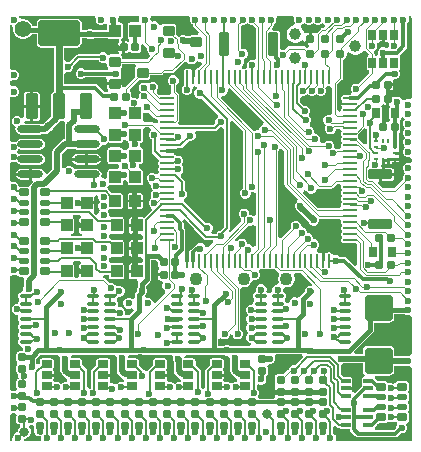
<source format=gtl>
G04*
G04 #@! TF.GenerationSoftware,Altium Limited,Altium Designer,23.4.1 (23)*
G04*
G04 Layer_Physical_Order=1*
G04 Layer_Color=255*
%FSLAX25Y25*%
%MOIN*%
G70*
G04*
G04 #@! TF.SameCoordinates,14E61B82-D5C5-4CB9-B532-5A25EE7CC319*
G04*
G04*
G04 #@! TF.FilePolarity,Positive*
G04*
G01*
G75*
%ADD10C,0.00787*%
%ADD11C,0.00984*%
%ADD15C,0.00591*%
%ADD19C,0.01968*%
%ADD20O,0.04724X0.00866*%
%ADD21O,0.00866X0.04724*%
%ADD22R,0.12992X0.00787*%
%ADD23R,0.06693X0.00787*%
%ADD24R,0.00787X0.12992*%
%ADD25R,0.05512X0.00787*%
%ADD26R,0.25197X0.00787*%
%ADD27R,0.00787X0.38189*%
%ADD28R,0.00787X0.09055*%
%ADD29R,0.00787X0.06299*%
%ADD30R,0.00787X0.24803*%
%ADD31R,0.00787X0.27559*%
%ADD32R,0.00787X0.14567*%
%ADD33R,0.00787X0.01575*%
G04:AMPARAMS|DCode=34|XSize=25.59mil|YSize=31.5mil|CornerRadius=2.56mil|HoleSize=0mil|Usage=FLASHONLY|Rotation=270.000|XOffset=0mil|YOffset=0mil|HoleType=Round|Shape=RoundedRectangle|*
%AMROUNDEDRECTD34*
21,1,0.02559,0.02638,0,0,270.0*
21,1,0.02047,0.03150,0,0,270.0*
1,1,0.00512,-0.01319,-0.01024*
1,1,0.00512,-0.01319,0.01024*
1,1,0.00512,0.01319,0.01024*
1,1,0.00512,0.01319,-0.01024*
%
%ADD34ROUNDEDRECTD34*%
G04:AMPARAMS|DCode=35|XSize=17.72mil|YSize=31.5mil|CornerRadius=1.77mil|HoleSize=0mil|Usage=FLASHONLY|Rotation=270.000|XOffset=0mil|YOffset=0mil|HoleType=Round|Shape=RoundedRectangle|*
%AMROUNDEDRECTD35*
21,1,0.01772,0.02795,0,0,270.0*
21,1,0.01417,0.03150,0,0,270.0*
1,1,0.00354,-0.01398,-0.00709*
1,1,0.00354,-0.01398,0.00709*
1,1,0.00354,0.01398,0.00709*
1,1,0.00354,0.01398,-0.00709*
%
%ADD35ROUNDEDRECTD35*%
G04:AMPARAMS|DCode=36|XSize=12.6mil|YSize=31.5mil|CornerRadius=1.26mil|HoleSize=0mil|Usage=FLASHONLY|Rotation=90.000|XOffset=0mil|YOffset=0mil|HoleType=Round|Shape=RoundedRectangle|*
%AMROUNDEDRECTD36*
21,1,0.01260,0.02898,0,0,90.0*
21,1,0.01008,0.03150,0,0,90.0*
1,1,0.00252,0.01449,0.00504*
1,1,0.00252,0.01449,-0.00504*
1,1,0.00252,-0.01449,-0.00504*
1,1,0.00252,-0.01449,0.00504*
%
%ADD36ROUNDEDRECTD36*%
%ADD37O,0.04331X0.01181*%
G04:AMPARAMS|DCode=38|XSize=23.62mil|YSize=35.43mil|CornerRadius=2.36mil|HoleSize=0mil|Usage=FLASHONLY|Rotation=180.000|XOffset=0mil|YOffset=0mil|HoleType=Round|Shape=RoundedRectangle|*
%AMROUNDEDRECTD38*
21,1,0.02362,0.03071,0,0,180.0*
21,1,0.01890,0.03543,0,0,180.0*
1,1,0.00472,-0.00945,0.01535*
1,1,0.00472,0.00945,0.01535*
1,1,0.00472,0.00945,-0.01535*
1,1,0.00472,-0.00945,-0.01535*
%
%ADD38ROUNDEDRECTD38*%
G04:AMPARAMS|DCode=39|XSize=27.56mil|YSize=23.62mil|CornerRadius=2.36mil|HoleSize=0mil|Usage=FLASHONLY|Rotation=90.000|XOffset=0mil|YOffset=0mil|HoleType=Round|Shape=RoundedRectangle|*
%AMROUNDEDRECTD39*
21,1,0.02756,0.01890,0,0,90.0*
21,1,0.02284,0.02362,0,0,90.0*
1,1,0.00472,0.00945,0.01142*
1,1,0.00472,0.00945,-0.01142*
1,1,0.00472,-0.00945,-0.01142*
1,1,0.00472,-0.00945,0.01142*
%
%ADD39ROUNDEDRECTD39*%
%ADD40R,0.01378X0.00984*%
%ADD41R,0.00984X0.01378*%
G04:AMPARAMS|DCode=42|XSize=31.5mil|YSize=78.74mil|CornerRadius=3.15mil|HoleSize=0mil|Usage=FLASHONLY|Rotation=90.000|XOffset=0mil|YOffset=0mil|HoleType=Round|Shape=RoundedRectangle|*
%AMROUNDEDRECTD42*
21,1,0.03150,0.07244,0,0,90.0*
21,1,0.02520,0.07874,0,0,90.0*
1,1,0.00630,0.03622,0.01260*
1,1,0.00630,0.03622,-0.01260*
1,1,0.00630,-0.03622,-0.01260*
1,1,0.00630,-0.03622,0.01260*
%
%ADD42ROUNDEDRECTD42*%
G04:AMPARAMS|DCode=43|XSize=27.56mil|YSize=23.62mil|CornerRadius=2.36mil|HoleSize=0mil|Usage=FLASHONLY|Rotation=180.000|XOffset=0mil|YOffset=0mil|HoleType=Round|Shape=RoundedRectangle|*
%AMROUNDEDRECTD43*
21,1,0.02756,0.01890,0,0,180.0*
21,1,0.02284,0.02362,0,0,180.0*
1,1,0.00472,-0.01142,0.00945*
1,1,0.00472,0.01142,0.00945*
1,1,0.00472,0.01142,-0.00945*
1,1,0.00472,-0.01142,-0.00945*
%
%ADD43ROUNDEDRECTD43*%
G04:AMPARAMS|DCode=44|XSize=23.62mil|YSize=35.43mil|CornerRadius=2.36mil|HoleSize=0mil|Usage=FLASHONLY|Rotation=270.000|XOffset=0mil|YOffset=0mil|HoleType=Round|Shape=RoundedRectangle|*
%AMROUNDEDRECTD44*
21,1,0.02362,0.03071,0,0,270.0*
21,1,0.01890,0.03543,0,0,270.0*
1,1,0.00472,-0.01535,-0.00945*
1,1,0.00472,-0.01535,0.00945*
1,1,0.00472,0.01535,0.00945*
1,1,0.00472,0.01535,-0.00945*
%
%ADD44ROUNDEDRECTD44*%
G04:AMPARAMS|DCode=45|XSize=35.43mil|YSize=37.4mil|CornerRadius=3.54mil|HoleSize=0mil|Usage=FLASHONLY|Rotation=270.000|XOffset=0mil|YOffset=0mil|HoleType=Round|Shape=RoundedRectangle|*
%AMROUNDEDRECTD45*
21,1,0.03543,0.03032,0,0,270.0*
21,1,0.02835,0.03740,0,0,270.0*
1,1,0.00709,-0.01516,-0.01417*
1,1,0.00709,-0.01516,0.01417*
1,1,0.00709,0.01516,0.01417*
1,1,0.00709,0.01516,-0.01417*
%
%ADD45ROUNDEDRECTD45*%
%ADD46O,0.08661X0.02362*%
G04:AMPARAMS|DCode=47|XSize=43.31mil|YSize=84.65mil|CornerRadius=4.33mil|HoleSize=0mil|Usage=FLASHONLY|Rotation=0.000|XOffset=0mil|YOffset=0mil|HoleType=Round|Shape=RoundedRectangle|*
%AMROUNDEDRECTD47*
21,1,0.04331,0.07598,0,0,0.0*
21,1,0.03465,0.08465,0,0,0.0*
1,1,0.00866,0.01732,-0.03799*
1,1,0.00866,-0.01732,-0.03799*
1,1,0.00866,-0.01732,0.03799*
1,1,0.00866,0.01732,0.03799*
%
%ADD47ROUNDEDRECTD47*%
G04:AMPARAMS|DCode=48|XSize=39.37mil|YSize=43.31mil|CornerRadius=3.94mil|HoleSize=0mil|Usage=FLASHONLY|Rotation=0.000|XOffset=0mil|YOffset=0mil|HoleType=Round|Shape=RoundedRectangle|*
%AMROUNDEDRECTD48*
21,1,0.03937,0.03543,0,0,0.0*
21,1,0.03150,0.04331,0,0,0.0*
1,1,0.00787,0.01575,-0.01772*
1,1,0.00787,-0.01575,-0.01772*
1,1,0.00787,-0.01575,0.01772*
1,1,0.00787,0.01575,0.01772*
%
%ADD48ROUNDEDRECTD48*%
G04:AMPARAMS|DCode=49|XSize=27.56mil|YSize=36.22mil|CornerRadius=2.76mil|HoleSize=0mil|Usage=FLASHONLY|Rotation=0.000|XOffset=0mil|YOffset=0mil|HoleType=Round|Shape=RoundedRectangle|*
%AMROUNDEDRECTD49*
21,1,0.02756,0.03071,0,0,0.0*
21,1,0.02205,0.03622,0,0,0.0*
1,1,0.00551,0.01102,-0.01535*
1,1,0.00551,-0.01102,-0.01535*
1,1,0.00551,-0.01102,0.01535*
1,1,0.00551,0.01102,0.01535*
%
%ADD49ROUNDEDRECTD49*%
G04:AMPARAMS|DCode=50|XSize=31.5mil|YSize=78.74mil|CornerRadius=3.15mil|HoleSize=0mil|Usage=FLASHONLY|Rotation=0.000|XOffset=0mil|YOffset=0mil|HoleType=Round|Shape=RoundedRectangle|*
%AMROUNDEDRECTD50*
21,1,0.03150,0.07244,0,0,0.0*
21,1,0.02520,0.07874,0,0,0.0*
1,1,0.00630,0.01260,-0.03622*
1,1,0.00630,-0.01260,-0.03622*
1,1,0.00630,-0.01260,0.03622*
1,1,0.00630,0.01260,0.03622*
%
%ADD50ROUNDEDRECTD50*%
G04:AMPARAMS|DCode=51|XSize=35.43mil|YSize=37.4mil|CornerRadius=3.54mil|HoleSize=0mil|Usage=FLASHONLY|Rotation=270.000|XOffset=0mil|YOffset=0mil|HoleType=Round|Shape=RoundedRectangle|*
%AMROUNDEDRECTD51*
21,1,0.03543,0.03032,0,0,270.0*
21,1,0.02835,0.03740,0,0,270.0*
1,1,0.00709,-0.01516,-0.01417*
1,1,0.00709,-0.01516,0.01417*
1,1,0.00709,0.01516,0.01417*
1,1,0.00709,0.01516,-0.01417*
%
%ADD51ROUNDEDRECTD51*%
G04:AMPARAMS|DCode=52|XSize=137.8mil|YSize=84.65mil|CornerRadius=8.47mil|HoleSize=0mil|Usage=FLASHONLY|Rotation=0.000|XOffset=0mil|YOffset=0mil|HoleType=Round|Shape=RoundedRectangle|*
%AMROUNDEDRECTD52*
21,1,0.13780,0.06772,0,0,0.0*
21,1,0.12087,0.08465,0,0,0.0*
1,1,0.01693,0.06043,-0.03386*
1,1,0.01693,-0.06043,-0.03386*
1,1,0.01693,-0.06043,0.03386*
1,1,0.01693,0.06043,0.03386*
%
%ADD52ROUNDEDRECTD52*%
G04:AMPARAMS|DCode=53|XSize=43.31mil|YSize=84.65mil|CornerRadius=4.33mil|HoleSize=0mil|Usage=FLASHONLY|Rotation=0.000|XOffset=0mil|YOffset=0mil|HoleType=Round|Shape=RoundedRectangle|*
%AMROUNDEDRECTD53*
21,1,0.04331,0.07599,0,0,0.0*
21,1,0.03465,0.08465,0,0,0.0*
1,1,0.00866,0.01732,-0.03799*
1,1,0.00866,-0.01732,-0.03799*
1,1,0.00866,-0.01732,0.03799*
1,1,0.00866,0.01732,0.03799*
%
%ADD53ROUNDEDRECTD53*%
%ADD54C,0.03150*%
G04:AMPARAMS|DCode=55|XSize=86.61mil|YSize=90.55mil|CornerRadius=8.66mil|HoleSize=0mil|Usage=FLASHONLY|Rotation=90.000|XOffset=0mil|YOffset=0mil|HoleType=Round|Shape=RoundedRectangle|*
%AMROUNDEDRECTD55*
21,1,0.08661,0.07323,0,0,90.0*
21,1,0.06929,0.09055,0,0,90.0*
1,1,0.01732,0.03661,0.03465*
1,1,0.01732,0.03661,-0.03465*
1,1,0.01732,-0.03661,-0.03465*
1,1,0.01732,-0.03661,0.03465*
%
%ADD55ROUNDEDRECTD55*%
%ADD84C,0.03100*%
%ADD85C,0.00492*%
%ADD86C,0.01181*%
%ADD87C,0.01260*%
%ADD88C,0.01575*%
%ADD89C,0.02362*%
%ADD90C,0.02362*%
%ADD91C,0.04331*%
%ADD92C,0.03900*%
%ADD93C,0.05512*%
G36*
X28560Y140945D02*
X28543Y140904D01*
Y140199D01*
X28813Y139548D01*
X29311Y139049D01*
X29963Y138779D01*
X30667D01*
X31319Y139049D01*
X31433Y139163D01*
X32375Y139146D01*
X32428Y139123D01*
X32528Y138858D01*
X32473Y138583D01*
Y137236D01*
X27654D01*
X27132Y137452D01*
X26427D01*
X25776Y137182D01*
X25679Y137085D01*
X23847D01*
Y139395D01*
X23735Y139956D01*
X23418Y140431D01*
X22943Y140749D01*
X22382Y140860D01*
X10295D01*
X9735Y140749D01*
X9259Y140431D01*
X8942Y139956D01*
X8830Y139395D01*
Y138413D01*
X7524D01*
X7449Y138693D01*
X7009Y139456D01*
X6385Y140079D01*
X5622Y140520D01*
X4771Y140748D01*
X3890D01*
X3740Y140708D01*
X3727Y140711D01*
X3636Y140945D01*
X4176Y141732D01*
X28034D01*
X28560Y140945D01*
D02*
G37*
G36*
X98546Y139106D02*
X98603Y139049D01*
X99254Y138779D01*
X99959D01*
X100610Y139049D01*
X100667Y139106D01*
X101181Y139493D01*
X101696Y139106D01*
X101752Y139049D01*
X102403Y138779D01*
X103108D01*
X103760Y139049D01*
X103816Y139106D01*
X104254Y139435D01*
X104749Y139129D01*
X104860Y138303D01*
X104385Y137784D01*
X104114D01*
X103788Y137718D01*
X103511Y137534D01*
X102153Y136176D01*
X101393Y136021D01*
X101201Y136061D01*
X100610Y136306D01*
Y134193D01*
X99626D01*
Y136306D01*
X98906Y136008D01*
X98840Y135942D01*
X98455Y136009D01*
X98013Y136228D01*
X97852Y136826D01*
X97466Y137495D01*
X96922Y138039D01*
X96911Y138111D01*
X97046Y138877D01*
X97460Y139049D01*
X97517Y139106D01*
X98032Y139493D01*
X98546Y139106D01*
D02*
G37*
G36*
X60057Y140945D02*
X60039Y140904D01*
Y140199D01*
X60309Y139548D01*
X60807Y139049D01*
X60958Y138987D01*
Y138646D01*
X61023Y138320D01*
X61208Y138043D01*
X63012Y136239D01*
X62686Y135452D01*
X60571D01*
X60202Y135378D01*
X59890Y135169D01*
X59869Y135138D01*
X58561D01*
X57978Y135379D01*
X57273D01*
X56622Y135110D01*
X56182Y134670D01*
X55314Y135538D01*
Y138228D01*
X55240Y138597D01*
X55032Y138910D01*
X54719Y139118D01*
X54350Y139192D01*
X51319D01*
X50950Y139118D01*
X50638Y138910D01*
X50499Y138703D01*
X50416Y138689D01*
X50013Y138700D01*
X49679Y138784D01*
X49492Y139234D01*
X48994Y139733D01*
X48342Y140002D01*
X47638D01*
X47380Y139896D01*
X47159Y139988D01*
X46654Y140428D01*
Y140904D01*
X46637Y140945D01*
X47163Y141732D01*
X59530D01*
X60057Y140945D01*
D02*
G37*
G36*
X124901Y133055D02*
X125354D01*
X125677Y133119D01*
X126281Y132778D01*
X126459Y132438D01*
X126378Y132242D01*
Y131537D01*
X125767Y131109D01*
X125405Y130980D01*
X124754Y131250D01*
X124049D01*
X123398Y130980D01*
X122900Y130482D01*
X122630Y129831D01*
Y129126D01*
X122689Y128982D01*
X122583Y128784D01*
X122544Y128742D01*
X122003Y128347D01*
X121522Y128610D01*
Y129175D01*
X121457Y129502D01*
X121670Y130384D01*
X121673Y130388D01*
X122171Y130886D01*
X122441Y131537D01*
Y132242D01*
X122363Y132431D01*
X122478Y132657D01*
X122527Y132706D01*
X123142Y133119D01*
X123465Y133055D01*
X123917D01*
Y135433D01*
X124901D01*
Y133055D01*
D02*
G37*
G36*
X43127Y140945D02*
X43110Y140904D01*
Y140199D01*
X42512Y139586D01*
X40170D01*
X39786Y139510D01*
X39460Y139292D01*
X39243Y138967D01*
X39166Y138583D01*
Y135039D01*
X39243Y134655D01*
X39460Y134330D01*
X39636Y134213D01*
X39797Y133594D01*
X39804Y133306D01*
X39629Y133149D01*
X39400D01*
X39377Y133158D01*
X39118Y133332D01*
X38795Y133396D01*
X38342D01*
Y131411D01*
X37850D01*
D01*
X38342D01*
Y129426D01*
X38795D01*
X39118Y129490D01*
X39377Y129664D01*
X39400Y129673D01*
X40238D01*
X40260Y129664D01*
X40520Y129490D01*
X40842Y129426D01*
X42732D01*
X43055Y129490D01*
X43328Y129673D01*
X43511Y129947D01*
X43575Y130269D01*
Y132131D01*
X44017Y132360D01*
X44362Y132412D01*
X45669Y131104D01*
X45638Y131027D01*
Y130323D01*
X45907Y129672D01*
X46406Y129173D01*
X46517Y128275D01*
X45657Y127415D01*
X37392D01*
Y127980D01*
X37318Y128348D01*
X37124Y128639D01*
X37150Y128774D01*
X37358Y129361D01*
Y130919D01*
X36062D01*
Y130269D01*
X36126Y129947D01*
X36271Y129730D01*
X36205Y129438D01*
X35985Y128943D01*
X33397D01*
X33028Y128870D01*
X32891Y128778D01*
X32637Y128855D01*
X32138Y129353D01*
X31487Y129623D01*
X30782D01*
X30131Y129353D01*
X29705Y128926D01*
X22706D01*
X22322Y128850D01*
X21997Y128632D01*
X19794Y126430D01*
X19627Y126499D01*
X18922D01*
X18145Y127029D01*
Y131158D01*
X22382D01*
X22943Y131270D01*
X23418Y131588D01*
X23735Y132063D01*
X23847Y132624D01*
Y134275D01*
X25679D01*
X25776Y134178D01*
X26427Y133908D01*
X27132D01*
X27783Y134178D01*
X28031Y134426D01*
X32703D01*
X32767Y134330D01*
X33093Y134112D01*
X33477Y134036D01*
X36327D01*
X36414Y133797D01*
X36458Y133248D01*
X36309Y133149D01*
X36126Y132875D01*
X36062Y132553D01*
Y131903D01*
X37358D01*
Y133396D01*
X37247D01*
X37127Y133758D01*
X37116Y134183D01*
X37336Y134330D01*
X37554Y134655D01*
X37630Y135039D01*
Y138583D01*
X37554Y138967D01*
X37336Y139292D01*
X37010Y139510D01*
X36626Y139586D01*
X36433D01*
X36024Y140199D01*
Y140904D01*
X36007Y140945D01*
X36533Y141732D01*
X42601D01*
X43127Y140945D01*
D02*
G37*
G36*
X94702D02*
X94685Y140904D01*
Y140199D01*
X94955Y139548D01*
X95088Y139415D01*
X94762Y138627D01*
X94732D01*
X93986Y138427D01*
X93317Y138041D01*
X92770Y137495D01*
X92384Y136826D01*
X92184Y136079D01*
Y135307D01*
X92384Y134560D01*
X92770Y133891D01*
X93317Y133345D01*
X93986Y132959D01*
X94732Y132759D01*
X95504D01*
X96251Y132959D01*
X96920Y133345D01*
X97235Y133660D01*
X97287Y133668D01*
X98038Y133507D01*
X98103Y133463D01*
X98304Y132981D01*
X98906Y132378D01*
X99610Y132087D01*
X99653Y131693D01*
X99610Y131299D01*
X98909Y131009D01*
X98490Y131427D01*
X98213Y131612D01*
X97887Y131677D01*
X93087D01*
X92760Y131612D01*
X92484Y131427D01*
X91545Y130489D01*
X91395Y130551D01*
X90690D01*
X89983Y131111D01*
Y131355D01*
X89977Y131383D01*
Y135962D01*
X89907Y136315D01*
X89707Y136615D01*
X89407Y136815D01*
X89054Y136885D01*
X87615D01*
X87289Y137672D01*
X87611Y137994D01*
X87796Y138271D01*
X87861Y138597D01*
Y138987D01*
X88011Y139049D01*
X88510Y139548D01*
X88779Y140199D01*
Y140904D01*
X88762Y140945D01*
X89289Y141732D01*
X94176D01*
X94702Y140945D01*
D02*
G37*
G36*
X119515Y129124D02*
X119445Y128617D01*
X119317Y128242D01*
X119128Y128116D01*
X118946Y127842D01*
X118881Y127520D01*
Y124449D01*
X118946Y124126D01*
X119128Y123853D01*
X119402Y123670D01*
X119505Y123650D01*
X119671Y122897D01*
X119667Y122842D01*
X115956Y119131D01*
X115805Y119193D01*
X115100D01*
X114449Y118923D01*
X113951Y118425D01*
X113681Y117774D01*
Y117069D01*
X113951Y116418D01*
X114048Y116320D01*
X113722Y115533D01*
X113226D01*
X112765Y115441D01*
X112724Y115414D01*
X111297D01*
X110898Y115334D01*
X110559Y115108D01*
X110333Y114769D01*
X110253Y114370D01*
X110333Y113971D01*
X110559Y113632D01*
X110559Y113140D01*
X110395Y112894D01*
X113226D01*
Y111909D01*
X110395D01*
X110559Y111664D01*
X110559Y111171D01*
X110333Y110833D01*
X110253Y110433D01*
X110285Y110274D01*
X109852Y109640D01*
X109146Y110282D01*
Y118991D01*
X110721Y120567D01*
X110906Y120844D01*
X110971Y121170D01*
Y127229D01*
X111331Y127378D01*
X111933Y127980D01*
X112259Y128767D01*
Y129289D01*
X113046Y129615D01*
X113317Y129345D01*
X113986Y128959D01*
X114732Y128759D01*
X115505D01*
X116251Y128959D01*
X116920Y129345D01*
X117466Y129891D01*
X117541Y130021D01*
X117559Y130035D01*
X118511Y130127D01*
X119515Y129124D01*
D02*
G37*
G36*
X63151Y126559D02*
X63611D01*
X63994Y125829D01*
X62548Y124383D01*
X62495Y124303D01*
X62117Y124099D01*
X61566Y124082D01*
X61553Y124091D01*
Y121260D01*
X60569D01*
Y124091D01*
X60323Y123927D01*
X59830Y123927D01*
X59492Y124153D01*
X59092Y124233D01*
X58693Y124153D01*
X58354Y123927D01*
X58128Y123588D01*
X58049Y123189D01*
Y119331D01*
X58104Y119053D01*
Y118681D01*
X57982Y118631D01*
X57484Y118132D01*
X57214Y117481D01*
Y116776D01*
X57484Y116125D01*
X57982Y115627D01*
X58634Y115357D01*
X59338D01*
X59989Y115627D01*
X60488Y116125D01*
X60757Y116776D01*
Y117481D01*
X60729Y117550D01*
X60836Y117788D01*
X61260Y118327D01*
X61460Y118367D01*
X61470Y118373D01*
X62269Y118190D01*
X62226Y117487D01*
X61728Y116989D01*
X61458Y116338D01*
Y115633D01*
X61728Y114982D01*
X62226Y114484D01*
X62877Y114214D01*
X63582D01*
X63803Y114305D01*
X69275Y108833D01*
X69167Y107936D01*
X68669Y107437D01*
X68399Y106786D01*
Y106081D01*
X68399Y106081D01*
X67807Y105490D01*
X56371D01*
X56045Y106277D01*
X56151Y106383D01*
X56336Y106659D01*
X56401Y106986D01*
Y115444D01*
X56336Y115770D01*
X56151Y116047D01*
X55356Y116841D01*
Y118607D01*
X55481Y118659D01*
X55979Y119157D01*
X56249Y119808D01*
Y120513D01*
X55979Y121164D01*
X55481Y121662D01*
X54830Y121932D01*
X54125D01*
X53474Y121662D01*
X52975Y121164D01*
X52705Y120513D01*
Y119808D01*
X52975Y119157D01*
X53474Y118659D01*
X53650Y118586D01*
Y116488D01*
X53707Y116201D01*
X53710Y116152D01*
X53296Y115414D01*
X50273D01*
X49874Y115334D01*
X49795Y115281D01*
X49104Y115972D01*
X49061Y117034D01*
X49330Y117685D01*
Y118389D01*
X49061Y119041D01*
X48562Y119539D01*
X47911Y119809D01*
X47206D01*
X46555Y119539D01*
X46479Y119462D01*
X45616Y119270D01*
X44964Y119540D01*
X44260D01*
X43608Y119270D01*
X43110Y118772D01*
X42840Y118121D01*
Y117416D01*
X43110Y116765D01*
X43596Y116279D01*
X43237Y115920D01*
X42967Y115269D01*
Y114632D01*
X42726Y114429D01*
X42600Y114359D01*
X42265Y114203D01*
X41646Y114459D01*
X40941D01*
X40435Y114797D01*
Y115838D01*
X40371Y116160D01*
X40188Y116434D01*
X40133Y116471D01*
X39948Y117204D01*
X39959Y117411D01*
X42990Y120441D01*
X45680D01*
X46049Y120515D01*
X46362Y120723D01*
X46570Y121036D01*
X46644Y121405D01*
Y121969D01*
X50474D01*
X50800Y122034D01*
X51077Y122219D01*
X51645Y122787D01*
X54093D01*
X54419Y122852D01*
X54696Y123037D01*
X58146Y126487D01*
X59035Y126399D01*
X59533Y125900D01*
X60184Y125631D01*
X60889D01*
X61540Y125900D01*
X62039Y126399D01*
X62191Y126767D01*
X62500Y126829D01*
X63151Y126559D01*
D02*
G37*
G36*
X79648Y139106D02*
X79705Y139049D01*
X80356Y138779D01*
X80838D01*
X81876Y137742D01*
Y127567D01*
X81162Y127011D01*
X80457D01*
X79806Y126741D01*
X79308Y126242D01*
X79038Y125591D01*
Y124984D01*
X78977Y124809D01*
X78481Y124174D01*
X78378Y124153D01*
X78098Y123966D01*
X77324Y124166D01*
X77289Y124257D01*
X77237Y124646D01*
X77255Y124947D01*
X77585Y125276D01*
X77854Y125927D01*
Y126632D01*
X77836Y127303D01*
X78487Y127572D01*
X78985Y128071D01*
X79255Y128722D01*
Y129427D01*
X78985Y130078D01*
X78487Y130576D01*
X77836Y130846D01*
X77131D01*
X76886Y131573D01*
Y138060D01*
X77207Y138779D01*
X77912D01*
X78563Y139049D01*
X78619Y139106D01*
X79134Y139493D01*
X79648Y139106D01*
D02*
G37*
G36*
X1021Y138006D02*
X1025Y137992D01*
X984Y137842D01*
Y136961D01*
X1212Y136110D01*
X1653Y135347D01*
X2276Y134724D01*
X3039Y134283D01*
X3890Y134055D01*
X4771D01*
X5622Y134283D01*
X6385Y134724D01*
X7009Y135347D01*
X7156Y135603D01*
X8830D01*
Y132624D01*
X8942Y132063D01*
X9259Y131588D01*
X9735Y131270D01*
X10295Y131158D01*
X14532D01*
Y117407D01*
Y116428D01*
X14207Y116364D01*
X13868Y116137D01*
X13642Y115799D01*
X13563Y115399D01*
Y110473D01*
X13552Y110419D01*
X13552Y110419D01*
Y108064D01*
X12077Y106589D01*
X11676Y106423D01*
X11178Y105925D01*
X11087Y105706D01*
X11021Y105640D01*
X10473D01*
X9843Y105765D01*
X5215D01*
X4711Y106445D01*
X5152Y106837D01*
X5551Y106757D01*
X6791D01*
Y111108D01*
X4507D01*
Y108172D01*
X3720Y107846D01*
X3464Y108102D01*
X2813Y108371D01*
X2108D01*
X1457Y108102D01*
X959Y107603D01*
X787Y107190D01*
X0Y107346D01*
Y114255D01*
X787Y114781D01*
X829Y114764D01*
X1534D01*
X2185Y115033D01*
X2683Y115532D01*
X2953Y116183D01*
Y116888D01*
X2683Y117539D01*
X2185Y118037D01*
X1534Y118307D01*
X829D01*
X787Y118290D01*
X0Y118816D01*
Y119767D01*
X787Y120293D01*
X829Y120276D01*
X1534D01*
X2185Y120545D01*
X2683Y121044D01*
X2953Y121695D01*
Y122400D01*
X2683Y123051D01*
X2185Y123549D01*
X1534Y123819D01*
X829D01*
X787Y123802D01*
X0Y124328D01*
Y137556D01*
X787Y138096D01*
X1021Y138006D01*
D02*
G37*
G36*
X29633Y126848D02*
X30131Y126349D01*
X30782Y126079D01*
X31487D01*
X31646Y126145D01*
X32434Y125619D01*
Y125145D01*
X32507Y124776D01*
X32679Y124518D01*
X32616Y124235D01*
X32395Y123731D01*
X24935D01*
X24669Y123998D01*
X24018Y124267D01*
X23313D01*
X22662Y123998D01*
X22163Y123499D01*
X21894Y122848D01*
Y122143D01*
X22163Y121492D01*
X22662Y120994D01*
X23313Y120724D01*
X24018D01*
X24669Y120994D01*
X24998Y121323D01*
X31863D01*
X31995Y121229D01*
X32441Y120535D01*
X32433Y120499D01*
Y119574D01*
X34913D01*
X37392D01*
Y120499D01*
X37318Y120868D01*
X37110Y121180D01*
X36845Y121511D01*
X37067Y122083D01*
X37105Y122174D01*
Y122879D01*
X36862Y123465D01*
X36852Y123597D01*
X37053Y124426D01*
X37110Y124464D01*
X37318Y124776D01*
X37392Y125145D01*
Y125709D01*
X41731D01*
X41969Y124922D01*
X41968Y124921D01*
X41759Y124608D01*
X41685Y124239D01*
Y121549D01*
X38179Y118043D01*
X37653Y118171D01*
X37392Y118347D01*
Y118590D01*
X34913D01*
X32433D01*
Y117665D01*
X32507Y117296D01*
X32650Y117081D01*
X32538Y116666D01*
X32372Y116369D01*
X31599Y116310D01*
X29257Y118652D01*
X28866Y118913D01*
X28405Y119005D01*
X28405Y119005D01*
X18145D01*
Y122425D01*
X18922Y122956D01*
X19627D01*
X20278Y123225D01*
X20777Y123724D01*
X21046Y124375D01*
Y124844D01*
X23122Y126919D01*
X29603D01*
X29633Y126848D01*
D02*
G37*
G36*
X106336Y118287D02*
X106652Y118350D01*
X106813Y118315D01*
X107440Y117890D01*
Y109303D01*
X107166Y109017D01*
X106723Y108748D01*
X106577Y108808D01*
X105872D01*
X105221Y108539D01*
X104723Y108040D01*
X104453Y107389D01*
Y106684D01*
X104723Y106033D01*
X105221Y105535D01*
X105144Y104714D01*
X105007Y104382D01*
Y103678D01*
X105276Y103026D01*
X105775Y102528D01*
X106426Y102258D01*
X107131D01*
X107782Y102528D01*
X108280Y103026D01*
X108550Y103678D01*
Y104155D01*
X109923D01*
X110559Y103464D01*
Y103297D01*
X110333Y102958D01*
X110253Y102559D01*
X110333Y102160D01*
X110559Y101821D01*
X110559Y101329D01*
X110333Y100990D01*
X110253Y100591D01*
X110333Y100191D01*
X110559Y99853D01*
X110559Y99360D01*
X110333Y99021D01*
X110253Y98622D01*
X110327Y98252D01*
X110330Y98219D01*
X109892Y97465D01*
X108842D01*
X108713Y97439D01*
X108689Y97463D01*
X108614Y97495D01*
X107996Y98061D01*
Y98766D01*
X107727Y99417D01*
X107228Y99916D01*
X106577Y100185D01*
X105872D01*
X105221Y99916D01*
X104723Y99417D01*
X104707Y99379D01*
X103794D01*
X103268Y100166D01*
X103297Y100237D01*
Y100942D01*
X103027Y101593D01*
X102529Y102091D01*
X102024Y102301D01*
X101378Y102797D01*
Y103502D01*
X101108Y104153D01*
X100610Y104651D01*
X100065Y104877D01*
X99897Y105333D01*
X99841Y105709D01*
X100106Y105973D01*
X100375Y106625D01*
Y107329D01*
X100106Y107981D01*
X99607Y108479D01*
X99792Y109255D01*
X99972Y109689D01*
Y110394D01*
X99702Y111045D01*
X99203Y111544D01*
X98552Y111813D01*
X97847D01*
X97847Y111813D01*
X96673Y112988D01*
Y114513D01*
X97386Y115069D01*
X98091D01*
X98742Y115339D01*
X99209Y115806D01*
X99677Y115339D01*
X100328Y115069D01*
X101033D01*
X101684Y115339D01*
X102135Y115790D01*
X102585Y115339D01*
X103236Y115069D01*
X103941D01*
X104592Y115339D01*
X105091Y115838D01*
X105360Y116489D01*
Y117193D01*
X105143Y117719D01*
X105156Y117738D01*
X105192Y117918D01*
X105725Y118277D01*
X105848Y118329D01*
X106008Y118352D01*
X106336Y118287D01*
D02*
G37*
G36*
X133858Y141026D02*
Y114485D01*
X133071Y113959D01*
X133030Y113976D01*
X132325D01*
X131674Y113707D01*
X131605Y113638D01*
X130704Y113851D01*
X130607Y114084D01*
X130109Y114583D01*
X129458Y114853D01*
X128753D01*
X128435Y114721D01*
X127647Y115157D01*
Y115315D01*
X127583Y115638D01*
X127401Y115911D01*
X127127Y116094D01*
X126804Y116158D01*
Y116913D01*
X127127Y116977D01*
X127401Y117160D01*
X127583Y117433D01*
X127647Y117756D01*
Y118405D01*
X125859D01*
Y119390D01*
X127647D01*
Y120039D01*
X127647Y120040D01*
X127659Y120084D01*
X128135Y120701D01*
X128244Y120768D01*
X128547D01*
X129198Y121037D01*
X129697Y121536D01*
X129966Y122187D01*
Y122892D01*
X129697Y123543D01*
X129663Y123576D01*
X129691Y123853D01*
X129873Y124126D01*
X129938Y124449D01*
Y127520D01*
X129873Y127842D01*
X129848Y128475D01*
X130012Y128848D01*
X131954Y130789D01*
X131954Y130789D01*
X132215Y131180D01*
X132307Y131641D01*
X132307Y131641D01*
Y139250D01*
X132604Y139548D01*
X132874Y140199D01*
Y140502D01*
X133549Y141090D01*
X133601Y141104D01*
X133858Y141026D01*
D02*
G37*
G36*
X126352Y112031D02*
X126402Y111961D01*
X126587Y111401D01*
X126500Y111271D01*
X126433Y110933D01*
Y107862D01*
X126500Y107524D01*
X126692Y107238D01*
X126231Y106618D01*
X125997Y106364D01*
X125940D01*
X125918Y106373D01*
X125658Y106547D01*
X125335Y106611D01*
X124302D01*
X124145Y106827D01*
X123953Y107398D01*
X124038Y107524D01*
X124105Y107862D01*
Y110933D01*
X124038Y111271D01*
X123846Y111557D01*
X123803Y111788D01*
X124261Y112435D01*
X124310D01*
X124332Y112426D01*
X124592Y112253D01*
X124915Y112188D01*
X125367D01*
Y114173D01*
X126352D01*
Y112031D01*
D02*
G37*
G36*
X47946Y107820D02*
X48223Y107635D01*
X48549Y107570D01*
X48813D01*
X49161Y107097D01*
X49287Y106783D01*
X49230Y106496D01*
X49309Y106097D01*
X49255Y106024D01*
X48213Y105952D01*
X48056Y106109D01*
X47779Y106294D01*
X47453Y106359D01*
X44634D01*
X44241Y107147D01*
X44246Y107155D01*
X44323Y107539D01*
Y109091D01*
X45110Y109617D01*
X45264Y109553D01*
X45969D01*
X46142Y109625D01*
X47946Y107820D01*
D02*
G37*
G36*
X84499Y106456D02*
X84501Y106239D01*
X84269Y105573D01*
X83854Y105401D01*
X83356Y104903D01*
X83086Y104251D01*
Y103642D01*
X82423D01*
X81772Y103372D01*
X81290Y103479D01*
X70371Y114398D01*
X70730Y115153D01*
X71156D01*
X71807Y115422D01*
X72305Y115921D01*
X72575Y116572D01*
Y117266D01*
X72606Y117296D01*
X73250Y117705D01*
X84499Y106456D01*
D02*
G37*
G36*
X18214Y106401D02*
X18370Y106014D01*
X18301Y105910D01*
X18178Y105296D01*
X18178Y105296D01*
Y100676D01*
X17693Y100580D01*
X17172Y100231D01*
X17172Y100231D01*
X14613Y97672D01*
X14265Y97151D01*
X14142Y96537D01*
X14142Y96536D01*
Y90720D01*
X12393Y88971D01*
X11586Y89277D01*
X11512Y89650D01*
X11120Y90236D01*
X10534Y90628D01*
X9843Y90765D01*
X7186D01*
Y88959D01*
Y87132D01*
X7503Y86365D01*
X6849Y85711D01*
X6501Y85190D01*
X6043Y84859D01*
X3406D01*
X2984Y84989D01*
X2757Y85472D01*
X2683Y85649D01*
X2185Y86148D01*
X1534Y86417D01*
X829D01*
X787Y86400D01*
X0Y86926D01*
Y92601D01*
X787Y93127D01*
X829Y93110D01*
X1534D01*
X1883Y93255D01*
X2266Y92681D01*
X2853Y92290D01*
X3544Y92153D01*
X9843D01*
X10534Y92290D01*
X11120Y92681D01*
X11512Y93268D01*
X11649Y93959D01*
X11512Y94650D01*
X11120Y95236D01*
X10534Y95628D01*
X9843Y95765D01*
X3544D01*
X2853Y95628D01*
X2781Y95649D01*
X2683Y95885D01*
X2626Y95942D01*
X2239Y96457D01*
X2626Y96971D01*
X2683Y97028D01*
X2783Y97269D01*
X2853Y97290D01*
X3544Y97153D01*
X9843D01*
X10534Y97290D01*
X11120Y97681D01*
X11512Y98268D01*
X11649Y98959D01*
X11512Y99650D01*
X11120Y100236D01*
X10534Y100628D01*
X9843Y100765D01*
X3544D01*
X2852Y100628D01*
X2266Y100236D01*
X1881Y99659D01*
X1534Y99803D01*
X829D01*
X787Y99786D01*
X0Y100312D01*
Y105853D01*
X787Y106010D01*
X959Y105596D01*
X1457Y105098D01*
X1780Y104964D01*
X1875Y104650D01*
X1737Y103959D01*
X1875Y103268D01*
X2266Y102682D01*
X2853Y102290D01*
X3544Y102153D01*
X9843D01*
X10534Y102290D01*
X10741Y102428D01*
X11686D01*
X11686Y102428D01*
X12300Y102551D01*
X12821Y102899D01*
X13101Y103178D01*
X13683Y103419D01*
X14182Y103918D01*
X14347Y104318D01*
X16293Y106264D01*
X16623Y106757D01*
X17920D01*
X18214Y106401D01*
D02*
G37*
G36*
X69818Y104662D02*
X70523D01*
X71261Y104116D01*
Y71500D01*
X69992Y70230D01*
X69981Y70214D01*
X69397Y69972D01*
X68899Y69474D01*
X68739Y69088D01*
X67313D01*
X66987Y69875D01*
X67220Y70109D01*
X67490Y70760D01*
Y71465D01*
X67220Y72116D01*
X66722Y72614D01*
X66071Y72884D01*
X65366D01*
X65070Y72761D01*
X58185Y79647D01*
X57993Y79775D01*
X57944Y80286D01*
X58014Y80636D01*
X58287Y80750D01*
X58786Y81248D01*
X59056Y81899D01*
Y82604D01*
X58786Y83255D01*
X58287Y83753D01*
X58287Y83754D01*
Y86417D01*
X58211Y86801D01*
X57993Y87127D01*
X56905Y88215D01*
X57009Y89110D01*
X57507Y89608D01*
X57777Y90259D01*
Y90964D01*
X57507Y91615D01*
X57020Y92102D01*
X57378Y92459D01*
X57648Y93111D01*
Y93815D01*
X57378Y94467D01*
X56880Y94965D01*
X56228Y95235D01*
X55579D01*
X55466Y95286D01*
X54870Y95816D01*
Y95916D01*
X55034Y96161D01*
X52202D01*
Y97146D01*
X55362D01*
X55540Y97443D01*
X55693Y97577D01*
X56686D01*
X57070Y97653D01*
X57396Y97871D01*
X59588Y100063D01*
X59747Y99997D01*
X60452D01*
X61103Y100267D01*
X61601Y100765D01*
X61871Y101416D01*
Y102121D01*
X61633Y102695D01*
X61768Y103066D01*
X62004Y103483D01*
X68223D01*
X68607Y103559D01*
X68932Y103777D01*
X69818Y104662D01*
X69818Y104662D01*
D02*
G37*
G36*
X39243Y100068D02*
X39460Y99743D01*
X39786Y99525D01*
X39792Y99512D01*
X39716Y99329D01*
Y98624D01*
X39786Y97838D01*
X39460Y97619D01*
X39243Y97293D01*
X38455Y96948D01*
X37750D01*
X37554Y97293D01*
X37336Y97619D01*
X37010Y97836D01*
X36626Y97913D01*
X33477D01*
X33093Y97836D01*
X32767Y97619D01*
X32550Y97293D01*
X32473Y96909D01*
Y93366D01*
X32550Y92982D01*
X32767Y92656D01*
X33093Y92439D01*
X33477Y92362D01*
X35780D01*
X36428Y92044D01*
X36458Y91287D01*
X35836Y90826D01*
X33477D01*
X33093Y90750D01*
X32767Y90532D01*
X32550Y90207D01*
X32473Y89823D01*
Y87878D01*
X32339Y87738D01*
X31686Y87417D01*
X31283Y87584D01*
X30900D01*
X30458Y88200D01*
X30423Y88288D01*
X30418Y88311D01*
X30547Y88959D01*
X30409Y89650D01*
X30018Y90236D01*
X29432Y90628D01*
X28741Y90765D01*
X22441D01*
X21750Y90628D01*
X21308Y90762D01*
X21181Y91069D01*
X20683Y91567D01*
X20031Y91837D01*
X19327D01*
X18676Y91567D01*
X18177Y91069D01*
X18141Y90981D01*
X17354Y91138D01*
Y95872D01*
X18956Y97474D01*
X19136Y97400D01*
X19573D01*
X19807Y97353D01*
X19807Y97353D01*
X21655D01*
X21750Y97290D01*
X22441Y97153D01*
X28741D01*
X29432Y97290D01*
X30018Y97681D01*
X30409Y98268D01*
X30901Y98834D01*
X31606Y98834D01*
X32257Y99103D01*
X32755Y99602D01*
X32909Y99648D01*
X33093Y99525D01*
X33477Y99449D01*
X36626D01*
X37010Y99525D01*
X37336Y99743D01*
X37554Y100068D01*
X37717Y100419D01*
X38478Y100479D01*
X39243Y100068D01*
D02*
G37*
G36*
X118598Y104128D02*
X118878Y103943D01*
Y99231D01*
X118151Y98930D01*
X116127Y100954D01*
X116120Y100990D01*
X115893Y101329D01*
X115893Y101821D01*
X116120Y102160D01*
X116148Y102304D01*
X118091Y104247D01*
X118598Y104128D01*
D02*
G37*
G36*
X131562Y107404D02*
X131232Y106966D01*
X131175Y106909D01*
X130905Y106258D01*
Y105553D01*
X131175Y104902D01*
X131232Y104845D01*
X131619Y104331D01*
X131232Y103816D01*
X131175Y103760D01*
X130905Y103108D01*
Y102403D01*
X131175Y101752D01*
X131232Y101696D01*
X131619Y101181D01*
X131232Y100667D01*
X131175Y100610D01*
X130905Y99959D01*
Y99254D01*
X131175Y98603D01*
X131232Y98546D01*
X131619Y98032D01*
X131232Y97517D01*
X131175Y97460D01*
X130905Y96809D01*
Y96104D01*
X131175Y95453D01*
X131674Y94955D01*
X132325Y94685D01*
X133030D01*
X133071Y94702D01*
X133858Y94176D01*
Y93226D01*
X133071Y92699D01*
X133030Y92716D01*
X132325D01*
X131674Y92447D01*
X131175Y91948D01*
X130905Y91297D01*
Y90592D01*
X131175Y89941D01*
X131232Y89885D01*
X131619Y89370D01*
X131232Y88856D01*
X131175Y88799D01*
X130905Y88148D01*
Y87443D01*
X130968Y87292D01*
X127993Y84318D01*
X124285D01*
X122537Y86066D01*
X122838Y86793D01*
X122919D01*
Y88976D01*
X123411D01*
Y89468D01*
X127957D01*
Y90236D01*
X127886Y90589D01*
X127686Y90889D01*
X127387Y91089D01*
X127033Y91159D01*
X124145D01*
X123676Y91759D01*
X123873Y92547D01*
X125659D01*
Y93826D01*
X126643D01*
Y92547D01*
X127234D01*
Y92940D01*
X127824D01*
Y94023D01*
X128316D01*
Y94515D01*
X129596D01*
Y95499D01*
X128316D01*
Y96484D01*
X129596D01*
Y96877D01*
Y101011D01*
X129526D01*
Y102692D01*
X129595Y102706D01*
X129868Y102889D01*
X130051Y103162D01*
X130115Y103484D01*
Y105768D01*
X130051Y106091D01*
X129938Y106259D01*
X129910Y106540D01*
X130062Y107182D01*
X130145Y107238D01*
X130337Y107524D01*
X130404Y107862D01*
X131098Y108033D01*
X131125Y108033D01*
X131562Y107404D01*
D02*
G37*
G36*
X47139Y103882D02*
X47108Y103635D01*
X46610Y103137D01*
X46340Y102486D01*
Y101781D01*
X46610Y101130D01*
X47108Y100631D01*
X47168Y100606D01*
Y96745D01*
X47245Y96361D01*
X47462Y96035D01*
X49272Y94226D01*
X49535Y93454D01*
X49309Y93116D01*
X49230Y92716D01*
X49309Y92317D01*
X49535Y91979D01*
X49535Y91486D01*
X49309Y91147D01*
X49230Y90748D01*
X49309Y90349D01*
X49535Y90010D01*
X49535Y89517D01*
X49349Y89239D01*
X49254Y89167D01*
X48471Y89003D01*
X48379Y89096D01*
X47728Y89365D01*
X47023D01*
X46372Y89096D01*
X45873Y88597D01*
X45604Y87946D01*
Y87241D01*
X45873Y86590D01*
X46372Y86092D01*
X46949Y85429D01*
Y84724D01*
X47219Y84073D01*
X47596Y83695D01*
X47128Y83227D01*
X46859Y82576D01*
Y81871D01*
X46931Y81697D01*
X47108Y80919D01*
X46610Y80420D01*
X46340Y79769D01*
Y79064D01*
X46610Y78413D01*
X47108Y77915D01*
X47194Y77027D01*
X45064Y74897D01*
X44507Y74395D01*
X44181Y74613D01*
X43797Y74689D01*
X42714D01*
Y71914D01*
Y69139D01*
X43797D01*
X44368Y68466D01*
Y67751D01*
X43797Y67078D01*
X42714D01*
Y64303D01*
Y61527D01*
X43797D01*
X44270Y60819D01*
Y60175D01*
X43797Y59466D01*
X42714D01*
Y56691D01*
X42222D01*
Y56199D01*
X39644D01*
Y54919D01*
X39720Y54535D01*
X39938Y54210D01*
X40263Y53992D01*
X40647Y53916D01*
X42372D01*
X42752Y53128D01*
X42649Y52974D01*
X42542Y52436D01*
Y51101D01*
X42445Y51004D01*
X42175Y50352D01*
Y50002D01*
X41920Y49747D01*
X41615Y49291D01*
X41508Y48753D01*
Y47618D01*
X40721Y47291D01*
X40504Y47508D01*
X39853Y47778D01*
X39149D01*
X38497Y47508D01*
X37999Y47010D01*
X37729Y46358D01*
Y45654D01*
X37999Y45003D01*
X38497Y44504D01*
X39149Y44234D01*
X39853D01*
X40280Y44411D01*
X40960Y44159D01*
X41138Y44024D01*
X41194Y43673D01*
X39529Y42008D01*
X38610Y42052D01*
X38288Y42463D01*
Y43167D01*
X38018Y43819D01*
X37519Y44317D01*
X36868Y44587D01*
X36355D01*
X35988Y45060D01*
X35894Y45314D01*
X35955Y45405D01*
X36047Y45866D01*
X35955Y46327D01*
X35703Y46705D01*
X35694Y46718D01*
Y47536D01*
X36120Y48184D01*
X36735D01*
X37386Y48454D01*
X37885Y48952D01*
X38155Y49604D01*
Y50308D01*
X37885Y50959D01*
X37386Y51458D01*
X36735Y51728D01*
X36030D01*
X35992Y51712D01*
X35087Y51910D01*
X34588Y52409D01*
X33937Y52678D01*
X33232D01*
X33121Y52632D01*
X31509Y54245D01*
X31232Y54430D01*
X31097Y54457D01*
X31174Y55244D01*
X32951D01*
Y54919D01*
X33027Y54535D01*
X33245Y54210D01*
X33570Y53992D01*
X33955Y53916D01*
X37104D01*
X37488Y53992D01*
X37814Y54210D01*
X38031Y54535D01*
X38108Y54919D01*
Y58463D01*
X38031Y58847D01*
X37814Y59172D01*
X37488Y59390D01*
X37104Y59466D01*
X33955D01*
X33679Y59411D01*
X32910Y59800D01*
X32845Y60198D01*
X33115Y60849D01*
Y60961D01*
X33208Y61093D01*
X33902Y61538D01*
X33955Y61527D01*
X37104D01*
X37488Y61604D01*
X37814Y61821D01*
X38031Y62147D01*
X38108Y62531D01*
Y66074D01*
X38031Y66458D01*
X37814Y66784D01*
X37488Y67001D01*
X37104Y67078D01*
X34173D01*
X34139Y67112D01*
X33813Y67330D01*
X33461Y67400D01*
X33426Y67411D01*
X32927Y68169D01*
Y68698D01*
X33432Y69104D01*
X33644Y69201D01*
X33955Y69139D01*
X37104D01*
X37488Y69215D01*
X37814Y69433D01*
X38031Y69758D01*
X38108Y70142D01*
Y73686D01*
X38031Y74070D01*
X37814Y74395D01*
X37488Y74613D01*
X37104Y74689D01*
X33955D01*
X33570Y74613D01*
X32985Y75079D01*
X32928Y75187D01*
Y75892D01*
X32658Y76543D01*
X32619Y76582D01*
Y76729D01*
X33049Y77379D01*
X33093Y77376D01*
X33477Y77299D01*
X36626D01*
X37010Y77376D01*
X37336Y77593D01*
X37554Y77919D01*
X37630Y78303D01*
Y81846D01*
X37554Y82230D01*
X37336Y82556D01*
X37010Y82773D01*
X36626Y82850D01*
X33933D01*
X32760Y84023D01*
X32709Y84095D01*
X32472Y84706D01*
X32502Y84872D01*
X33138Y85343D01*
X33477Y85276D01*
X36626D01*
X37010Y85352D01*
X37336Y85570D01*
X37554Y85895D01*
X37630Y86279D01*
Y86839D01*
X38417Y87002D01*
X39166Y86502D01*
Y86279D01*
X39243Y85895D01*
X39460Y85570D01*
X39786Y85352D01*
X40170Y85276D01*
X43319D01*
X43703Y85352D01*
X44029Y85570D01*
X44246Y85895D01*
X44323Y86279D01*
Y89823D01*
X44246Y90207D01*
X44029Y90532D01*
X43703Y90750D01*
X43357Y90819D01*
X43315Y90833D01*
X42856Y91578D01*
X43040Y92362D01*
X43319D01*
X43703Y92439D01*
X44029Y92656D01*
X44246Y92982D01*
X44323Y93366D01*
Y96909D01*
X44246Y97293D01*
X44029Y97619D01*
X43717Y97827D01*
X43703Y97836D01*
X43272Y98601D01*
X43346Y99367D01*
X43703Y99525D01*
X44029Y99743D01*
X44246Y100068D01*
X44323Y100452D01*
Y103996D01*
X44939Y104653D01*
X46451D01*
X47139Y103882D01*
D02*
G37*
G36*
X109914Y85811D02*
X110185Y85443D01*
X110310Y85129D01*
X110253Y84842D01*
X110333Y84443D01*
X110559Y84105D01*
X110559Y83612D01*
X110333Y83273D01*
X110253Y82874D01*
X110333Y82475D01*
X110559Y82136D01*
X110559Y81643D01*
X110333Y81305D01*
X110253Y80905D01*
X110333Y80506D01*
X110559Y80168D01*
X110559Y79675D01*
X110333Y79336D01*
X110253Y78937D01*
X110327Y78567D01*
X110330Y78534D01*
X109892Y77780D01*
X102675D01*
X97746Y82709D01*
X97858Y83549D01*
X98027Y83645D01*
X98926Y83334D01*
X98942Y83296D01*
X99440Y82798D01*
X100091Y82528D01*
X100796D01*
X101447Y82798D01*
X101945Y83296D01*
X102138Y83762D01*
X102564Y84066D01*
X103003Y84216D01*
X103150Y84186D01*
X107087D01*
X107413Y84251D01*
X107690Y84436D01*
X109104Y85850D01*
X109914Y85811D01*
D02*
G37*
G36*
X29176Y81902D02*
X29384Y81637D01*
Y80932D01*
X29654Y80281D01*
X30086Y79848D01*
X29654Y79416D01*
X29384Y78765D01*
Y78060D01*
X29654Y77409D01*
X30086Y76976D01*
X29654Y76543D01*
X29384Y75892D01*
X28597Y75569D01*
X27969Y76197D01*
X27820Y77044D01*
X28038Y77370D01*
X28114Y77754D01*
Y79033D01*
X25536D01*
Y80018D01*
X28114D01*
Y81244D01*
X28186Y81374D01*
X28696Y81921D01*
X29176Y81902D01*
D02*
G37*
G36*
X77607Y103302D02*
Y84160D01*
X77457Y84098D01*
X76958Y83599D01*
X76688Y82948D01*
Y82243D01*
X76958Y81592D01*
X77457Y81094D01*
X78108Y80824D01*
X78812D01*
X79464Y81094D01*
X79962Y81592D01*
X80232Y82243D01*
Y82391D01*
X80313Y82967D01*
X80959Y83119D01*
X81039D01*
X81074Y83133D01*
X81861Y82607D01*
Y75301D01*
X81074Y74975D01*
X80962Y75087D01*
X80311Y75357D01*
X79809D01*
X79767Y75419D01*
Y76124D01*
X79498Y76775D01*
X78999Y77273D01*
X78348Y77543D01*
X77643D01*
X76992Y77273D01*
X76494Y76775D01*
X76224Y76124D01*
Y75419D01*
X76494Y74768D01*
X76992Y74269D01*
X77143Y74207D01*
Y73367D01*
X73494Y69719D01*
X72603Y69942D01*
X72589Y69989D01*
X72975Y70374D01*
X73192Y70700D01*
X73269Y71084D01*
Y106527D01*
X74056Y106853D01*
X77607Y103302D01*
D02*
G37*
G36*
X81861Y71869D02*
Y65174D01*
X81682Y65057D01*
X80931Y64813D01*
X80433Y65311D01*
X79782Y65581D01*
X79077D01*
X78937Y65674D01*
Y66100D01*
X78667Y66752D01*
X78169Y67250D01*
X77518Y67520D01*
X76813D01*
X76162Y67250D01*
X75663Y66752D01*
X75061Y66650D01*
X74960Y67380D01*
X79455Y71876D01*
X79606Y71813D01*
X80311D01*
X80962Y72083D01*
X81074Y72195D01*
X81861Y71869D01*
D02*
G37*
G36*
X23549Y74646D02*
X23539Y74587D01*
X23252Y74395D01*
X23034Y74070D01*
X22958Y73686D01*
Y72406D01*
X25536D01*
Y71422D01*
X22958D01*
Y70142D01*
X23034Y69758D01*
X23252Y69433D01*
X23577Y69215D01*
X23961Y69139D01*
X23947Y68357D01*
X20432D01*
X20418Y69139D01*
X20802Y69215D01*
X21127Y69433D01*
X21345Y69758D01*
X21421Y70142D01*
Y73686D01*
X21345Y74070D01*
X21127Y74395D01*
X20841Y74587D01*
X20830Y74646D01*
X21133Y75374D01*
X23246D01*
X23549Y74646D01*
D02*
G37*
G36*
X61198Y70913D02*
X61279Y70792D01*
X64696Y67374D01*
X65022Y67157D01*
X65406Y67081D01*
X67447D01*
X67572Y66908D01*
X67744Y66293D01*
X66038Y64587D01*
X65833Y64583D01*
X65155Y64817D01*
X64986Y65226D01*
X64487Y65724D01*
X63836Y65994D01*
X63131D01*
X62480Y65724D01*
X61982Y65226D01*
X61966Y65188D01*
X61567Y65109D01*
X61176Y64848D01*
X61176Y64848D01*
X60209Y63881D01*
X60078Y63685D01*
X59492Y63130D01*
X59142Y63199D01*
X59077Y63224D01*
X58470Y63826D01*
Y70140D01*
X58378Y70601D01*
X58117Y70991D01*
X58117Y70991D01*
X57836Y71272D01*
Y72675D01*
X57744Y73136D01*
X57483Y73527D01*
X58049Y74062D01*
X61198Y70913D01*
D02*
G37*
G36*
X91427Y96736D02*
Y85576D01*
X91492Y85250D01*
X91677Y84973D01*
X95959Y80692D01*
X95803Y79775D01*
X95305Y79277D01*
X95035Y78626D01*
Y77921D01*
X95305Y77270D01*
X95803Y76772D01*
X96055Y76667D01*
X99555Y73168D01*
X99782Y72619D01*
X100281Y72120D01*
X100932Y71850D01*
X101637D01*
X102288Y72120D01*
X102786Y72619D01*
X103056Y73270D01*
Y73974D01*
X103144Y74106D01*
X109836D01*
X110185Y73632D01*
X110310Y73318D01*
X110253Y73032D01*
X110333Y72632D01*
X110559Y72294D01*
X110559Y71801D01*
X110333Y71462D01*
X110253Y71063D01*
X110333Y70664D01*
X110559Y70325D01*
X110559Y69832D01*
X110333Y69494D01*
X110253Y69095D01*
X110333Y68695D01*
X110559Y68357D01*
X110559Y67864D01*
X110333Y67525D01*
X110253Y67126D01*
X110333Y66727D01*
X110559Y66388D01*
X110898Y66162D01*
X111297Y66082D01*
X115155D01*
X115687Y65471D01*
Y58698D01*
X114960Y58397D01*
X112269Y61088D01*
X111878Y61349D01*
X111417Y61440D01*
X111417Y61440D01*
X109963D01*
X109665Y61738D01*
X109014Y62008D01*
X108309D01*
X108167Y61949D01*
X107917Y62018D01*
X107326Y62435D01*
X107301Y62565D01*
X107074Y62903D01*
X106736Y63130D01*
X106336Y63209D01*
X105937Y63130D01*
X105598Y62903D01*
X105106Y62903D01*
X104860Y63068D01*
Y60236D01*
X103876D01*
Y63068D01*
X103630Y62903D01*
X103137Y62903D01*
X102799Y63130D01*
X102468Y63195D01*
X102440Y63245D01*
X102316Y63985D01*
X102815Y64483D01*
X103085Y65135D01*
Y65839D01*
X102815Y66491D01*
X102316Y66989D01*
X101665Y67259D01*
X101061D01*
Y67862D01*
X100792Y68514D01*
X100293Y69012D01*
X99642Y69282D01*
X99021D01*
Y69903D01*
X98751Y70554D01*
X98253Y71052D01*
X97810Y71236D01*
X97602Y71322D01*
X97082Y72045D01*
X96813Y72696D01*
X96314Y73195D01*
X95663Y73465D01*
X94958D01*
X94307Y73195D01*
X93809Y72696D01*
X93539Y72045D01*
Y71340D01*
X93601Y71190D01*
X90211Y67800D01*
X89424Y68119D01*
Y96815D01*
X89765Y97157D01*
X89803Y97247D01*
X90732Y97432D01*
X91427Y96736D01*
D02*
G37*
G36*
X87882Y57569D02*
X88220Y57343D01*
X88417Y57304D01*
X89237Y56484D01*
X89373Y56392D01*
X89530Y56230D01*
X89713Y55467D01*
X89558Y55198D01*
X89370Y54497D01*
Y53771D01*
X89558Y53070D01*
X89606Y52987D01*
X89132Y52232D01*
X88823D01*
X88172Y51963D01*
X87674Y51464D01*
X87404Y50813D01*
Y50108D01*
X87138Y49538D01*
X86747Y49277D01*
X86088D01*
X85697Y49538D01*
X85445Y50010D01*
X85501Y50146D01*
Y50850D01*
X85231Y51502D01*
X84733Y52000D01*
X84082Y52270D01*
X83377D01*
X82726Y52000D01*
X82227Y51502D01*
X81958Y50850D01*
Y50146D01*
X81626Y49538D01*
X81235Y49277D01*
X80974Y48886D01*
X80882Y48425D01*
X80974Y47964D01*
X81226Y47587D01*
X81235Y47573D01*
X81235Y46718D01*
X81226Y46705D01*
X80974Y46327D01*
X80940Y46157D01*
X80876Y45862D01*
X80166Y45430D01*
X80077D01*
X79426Y45160D01*
X78927Y44662D01*
X78658Y44010D01*
Y43306D01*
X78927Y42654D01*
X79411Y42171D01*
X78992Y41752D01*
X78722Y41100D01*
Y40396D01*
X78992Y39744D01*
X79465Y39272D01*
X78992Y38799D01*
X78722Y38148D01*
Y37443D01*
X78992Y36792D01*
X79130Y36653D01*
X79407Y36139D01*
X79130Y35625D01*
X78992Y35486D01*
X78722Y34835D01*
Y34130D01*
X78992Y33479D01*
X79490Y32981D01*
X80141Y32711D01*
X80268D01*
X80398Y32507D01*
X79965Y31720D01*
X73524D01*
X73474Y31770D01*
X72823Y32039D01*
X72118D01*
X71467Y31770D01*
X71370Y31673D01*
X69410D01*
Y34194D01*
X70197Y34477D01*
X70495Y34179D01*
X71147Y33909D01*
X71851D01*
X72502Y34179D01*
X73001Y34677D01*
X73271Y35328D01*
Y35582D01*
X73334Y35630D01*
X74035Y35365D01*
X74152Y35259D01*
X74391Y34681D01*
X74889Y34183D01*
X75541Y33913D01*
X76245D01*
X76896Y34183D01*
X77395Y34681D01*
X77665Y35332D01*
Y36037D01*
X77395Y36688D01*
X76896Y37187D01*
X76788Y37231D01*
Y50767D01*
X77251Y51251D01*
X77517Y51387D01*
X77551Y51378D01*
X78276D01*
X78977Y51566D01*
X79606Y51929D01*
X80119Y52442D01*
X80481Y53070D01*
X80504Y53153D01*
X81144Y53740D01*
X81849D01*
X82500Y54010D01*
X82998Y54508D01*
X83268Y55159D01*
Y55864D01*
X82998Y56515D01*
X82997Y56517D01*
X83069Y57026D01*
X83216Y57411D01*
X83452Y57569D01*
X83945Y57569D01*
X84283Y57343D01*
X84683Y57263D01*
X85082Y57343D01*
X85421Y57569D01*
X85913Y57569D01*
X86252Y57343D01*
X86651Y57263D01*
X87051Y57343D01*
X87389Y57569D01*
X87882Y57569D01*
D02*
G37*
G36*
X2795Y55158D02*
X3075Y54970D01*
X3405Y54905D01*
X4347D01*
X4786Y54228D01*
X4800Y54117D01*
X4691Y53571D01*
X4691Y53571D01*
Y51643D01*
X4450Y51060D01*
Y50356D01*
X3898Y49629D01*
X3740D01*
X3279Y49538D01*
X2889Y49277D01*
X2628Y48886D01*
X2536Y48425D01*
X2628Y47964D01*
X2880Y47587D01*
X2889Y47573D01*
Y46718D01*
X2880Y46705D01*
X2628Y46327D01*
X2536Y45866D01*
X2457Y45770D01*
X2108D01*
X1457Y45501D01*
X959Y45002D01*
X787Y44589D01*
X0Y44745D01*
Y54806D01*
X787Y55332D01*
X829Y55315D01*
X1534D01*
X1807Y55428D01*
X2399Y55435D01*
X2795Y55158D01*
D02*
G37*
G36*
X23545Y59420D02*
X23536Y59362D01*
X23252Y59172D01*
X23034Y58847D01*
X22958Y58463D01*
Y57183D01*
X25536D01*
Y56199D01*
X22958D01*
Y54919D01*
X22239Y54495D01*
X22140D01*
X21421Y54919D01*
Y58463D01*
X21345Y58847D01*
X21127Y59172D01*
X20843Y59362D01*
X20834Y59420D01*
X21172Y60149D01*
X23207D01*
X23545Y59420D01*
D02*
G37*
G36*
X100616Y52508D02*
X100522Y52214D01*
X100230Y51780D01*
X99679D01*
X99028Y51511D01*
X98529Y51012D01*
X98260Y50361D01*
Y50011D01*
X96660Y48412D01*
X96517Y48197D01*
X96233Y47938D01*
X95528Y47833D01*
X95284Y47935D01*
X94579D01*
X93928Y47665D01*
X93429Y47167D01*
X93159Y46516D01*
X92461Y46086D01*
X91867Y46296D01*
X91861Y46327D01*
X91608Y46705D01*
X91600Y46718D01*
X91600Y47573D01*
X91608Y47587D01*
X91861Y47964D01*
X91952Y48425D01*
X91861Y48886D01*
X91600Y49277D01*
X91209Y49538D01*
X90928Y50063D01*
X90947Y50108D01*
Y50813D01*
X91541Y51437D01*
X91763Y51378D01*
X92489D01*
X93190Y51566D01*
X93818Y51929D01*
X94331Y52442D01*
X94694Y53070D01*
X94882Y53771D01*
Y54497D01*
X94694Y55198D01*
X94551Y55446D01*
X94995Y56234D01*
X96891D01*
X100616Y52508D01*
D02*
G37*
G36*
X49394Y59642D02*
Y58699D01*
X49458Y58376D01*
X49609Y58150D01*
X49640Y58076D01*
X49621Y57296D01*
X49602Y57254D01*
X49438Y57010D01*
X49374Y56687D01*
Y56037D01*
X51162D01*
Y55053D01*
X49374D01*
Y54404D01*
X49438Y54081D01*
X49621Y53807D01*
X49895Y53625D01*
X50217Y53561D01*
X50729D01*
X51078Y52796D01*
X50808Y52145D01*
Y51440D01*
X51078Y50789D01*
X51576Y50291D01*
X51717Y49380D01*
X48500Y46163D01*
X48162Y46219D01*
X47655Y46432D01*
X47442Y46945D01*
X46944Y47444D01*
X46293Y47714D01*
X45662D01*
X45558Y47738D01*
X44879Y48272D01*
X44880Y48430D01*
X44904Y48479D01*
X44950Y48498D01*
X45449Y48996D01*
X45719Y49648D01*
Y50352D01*
X45449Y51004D01*
X45352Y51101D01*
Y51854D01*
X46669Y53171D01*
X46973Y53627D01*
X47080Y54164D01*
Y60327D01*
X48709D01*
X49394Y59642D01*
D02*
G37*
G36*
X131674Y42199D02*
X132325Y41929D01*
X133030D01*
X133071Y41946D01*
X133858Y41420D01*
Y29052D01*
X133071Y28526D01*
X133030Y28543D01*
X132325D01*
X131924Y28377D01*
X127968D01*
Y30261D01*
X127854Y30830D01*
X127532Y31312D01*
X127051Y31634D01*
X126482Y31747D01*
X119159D01*
X118591Y31634D01*
X118109Y31312D01*
X117787Y30830D01*
X117674Y30261D01*
Y29165D01*
X115028D01*
X114702Y29952D01*
X120940Y36191D01*
X121245Y36646D01*
X121352Y37184D01*
Y39564D01*
X126482D01*
X127051Y39677D01*
X127532Y39999D01*
X127854Y40481D01*
X127968Y41049D01*
Y42296D01*
X131577D01*
X131674Y42199D01*
D02*
G37*
G36*
X97764Y28123D02*
X94968Y25328D01*
X94968Y25328D01*
X94264D01*
X93612Y25058D01*
X93114Y24559D01*
X92917Y24084D01*
X92835Y24068D01*
X92559Y23883D01*
X90936Y22260D01*
X89016D01*
X88693Y22196D01*
X88420Y22013D01*
X88237Y21740D01*
X88173Y21417D01*
Y19528D01*
X88237Y19205D01*
X88411Y18945D01*
X88420Y18923D01*
Y18085D01*
X88411Y18063D01*
X88237Y17803D01*
X88173Y17480D01*
Y17028D01*
X90158D01*
Y16043D01*
X88173D01*
Y15591D01*
X88237Y15268D01*
X88420Y14995D01*
Y14903D01*
X87772Y14196D01*
X83089D01*
X82721Y14941D01*
X82990Y15593D01*
Y16297D01*
X82721Y16948D01*
X82222Y17447D01*
X82222Y17447D01*
Y18607D01*
X83010Y19038D01*
X83337Y18902D01*
X84042D01*
X84693Y19172D01*
X85192Y19670D01*
X85461Y20321D01*
Y21026D01*
X85412Y21791D01*
X85685Y21974D01*
X85868Y22248D01*
X85932Y22570D01*
Y24460D01*
X85868Y24782D01*
X85695Y25042D01*
X85693Y25045D01*
X85685Y25068D01*
X85683Y25168D01*
X85691Y25187D01*
X86011Y25524D01*
X86383Y25787D01*
X86967D01*
X87618Y26057D01*
X88116Y26555D01*
X88386Y27207D01*
Y27911D01*
X88298Y28123D01*
X88797Y28910D01*
X97437D01*
X97764Y28123D01*
D02*
G37*
G36*
X35615Y28100D02*
X35589Y28036D01*
Y27332D01*
X35679Y27113D01*
Y25897D01*
X35648Y25740D01*
X35648Y25740D01*
Y23397D01*
X35648Y23397D01*
X35770Y22783D01*
X36119Y22262D01*
X37272Y21109D01*
X37272Y21109D01*
X37793Y20761D01*
X38037Y19909D01*
X37733Y19622D01*
X37449Y19649D01*
X37360Y19686D01*
X36656D01*
X36004Y19416D01*
X35890Y19302D01*
X35012Y19066D01*
X34361Y19335D01*
X33656D01*
X33441Y19450D01*
X33417Y19575D01*
X33334Y19698D01*
X33234Y19866D01*
Y20489D01*
X33334Y20656D01*
X33417Y20780D01*
X33481Y21102D01*
Y21555D01*
X31102D01*
Y22539D01*
X33481D01*
Y22992D01*
X33417Y23315D01*
X33334Y23438D01*
X33234Y23606D01*
X33234Y24229D01*
X33334Y24396D01*
X33417Y24520D01*
X33481Y24843D01*
Y26732D01*
X33417Y27055D01*
X33234Y27328D01*
X32960Y27511D01*
X32638Y27575D01*
X29567D01*
X29244Y27511D01*
X28971Y27328D01*
X28788Y27055D01*
X28724Y26732D01*
Y25419D01*
X27243Y23938D01*
X27026Y23612D01*
X26949Y23228D01*
Y17752D01*
X26561Y17504D01*
X25807Y17946D01*
Y23228D01*
X25730Y23612D01*
X25513Y23938D01*
X24032Y25419D01*
Y26732D01*
X23968Y27055D01*
X23785Y27328D01*
X23512Y27511D01*
X23189Y27575D01*
X20575D01*
X20291Y28214D01*
X20730Y28887D01*
X35089D01*
X35615Y28100D01*
D02*
G37*
G36*
X71467Y28766D02*
X72118Y28496D01*
X72628D01*
X73076Y28095D01*
X73249Y27821D01*
Y27235D01*
X73444Y26766D01*
Y23397D01*
X73444Y23397D01*
X73566Y22783D01*
X73914Y22262D01*
X73914Y22262D01*
X75067Y21109D01*
X75067Y21109D01*
X75501Y20819D01*
X75676Y20517D01*
X75693Y20468D01*
X75710Y19933D01*
X75444Y19745D01*
X74884D01*
X74233Y19475D01*
X73287Y19563D01*
X72636Y19833D01*
X71931D01*
X71918Y19827D01*
X71780Y19778D01*
X71029Y20346D01*
Y20489D01*
X71129Y20656D01*
X71212Y20780D01*
X71276Y21102D01*
Y21555D01*
X68898D01*
Y22539D01*
X71276D01*
Y22992D01*
X71212Y23315D01*
X71129Y23438D01*
X71029Y23606D01*
Y24229D01*
X71129Y24396D01*
X71212Y24520D01*
X71276Y24843D01*
Y26732D01*
X71212Y27055D01*
X71029Y27328D01*
X70756Y27511D01*
X70433Y27575D01*
X67362D01*
X67040Y27511D01*
X66766Y27328D01*
X66584Y27055D01*
X66519Y26732D01*
Y25419D01*
X65183Y24082D01*
X64965Y23757D01*
X64889Y23373D01*
Y17590D01*
X64160Y17394D01*
X63951Y17570D01*
X63596Y17942D01*
Y23234D01*
X63520Y23618D01*
X63302Y23944D01*
X61827Y25419D01*
Y26732D01*
X61763Y27055D01*
X61580Y27328D01*
X61307Y27511D01*
X60984Y27575D01*
X58416D01*
X58134Y28178D01*
X58578Y28863D01*
X71370D01*
X71467Y28766D01*
D02*
G37*
G36*
X15768Y28747D02*
X16033Y28638D01*
X16586Y27916D01*
Y27211D01*
X16800Y26694D01*
Y23524D01*
X16800Y23524D01*
X16922Y22909D01*
X17270Y22388D01*
X18550Y21109D01*
X18550Y21109D01*
X18926Y20857D01*
X19097Y20245D01*
X19112Y19950D01*
X19036Y19877D01*
X18785Y19745D01*
X18191D01*
X17540Y19475D01*
X17111Y19046D01*
X16682Y19475D01*
X16031Y19745D01*
X15326D01*
X15290Y19729D01*
X15047Y19681D01*
X14336Y20302D01*
Y20489D01*
X14436Y20656D01*
X14519Y20780D01*
X14583Y21102D01*
Y21555D01*
X12205D01*
Y22539D01*
X14583D01*
Y22992D01*
X14519Y23315D01*
X14436Y23438D01*
X14336Y23606D01*
X14336Y24229D01*
X14436Y24396D01*
X14519Y24520D01*
X14583Y24843D01*
Y26732D01*
X14519Y27055D01*
X14336Y27328D01*
X14063Y27511D01*
X13740Y27575D01*
X10669D01*
X10347Y27511D01*
X10073Y27328D01*
X9890Y27055D01*
X9826Y26732D01*
Y26057D01*
X9557Y25860D01*
X8930Y25891D01*
X8610Y26141D01*
Y27568D01*
X9887Y28844D01*
X15671D01*
X15768Y28747D01*
D02*
G37*
G36*
X44366Y28690D02*
X45071D01*
X45489Y28863D01*
X53922D01*
X54448Y28075D01*
X54380Y27911D01*
Y27207D01*
X54546Y26806D01*
Y23397D01*
X54546Y23397D01*
X54668Y22783D01*
X55016Y22262D01*
X56169Y21109D01*
X56169Y21109D01*
X56657Y20783D01*
X56692Y20752D01*
X56881Y19920D01*
X56841Y19882D01*
X56580Y19745D01*
X55986D01*
X55335Y19475D01*
X54877Y19017D01*
X54419Y19475D01*
X53768Y19745D01*
X53063D01*
X52849Y19696D01*
X52132Y20327D01*
Y20489D01*
X52232Y20656D01*
X52314Y20780D01*
X52378Y21102D01*
Y21555D01*
X50000D01*
Y22539D01*
X52378D01*
Y22992D01*
X52314Y23315D01*
X52232Y23438D01*
X52132Y23606D01*
X52132Y24229D01*
X52232Y24396D01*
X52314Y24520D01*
X52378Y24843D01*
Y26732D01*
X52314Y27055D01*
X52132Y27328D01*
X51858Y27511D01*
X51535Y27575D01*
X48465D01*
X48142Y27511D01*
X47869Y27328D01*
X47686Y27055D01*
X47622Y26732D01*
Y25419D01*
X45846Y23643D01*
X45781Y23546D01*
X45457Y23400D01*
X44649Y23591D01*
X44432Y23916D01*
X42930Y25419D01*
Y26732D01*
X42865Y27055D01*
X42683Y27328D01*
X42409Y27511D01*
X42087Y27575D01*
X39631D01*
X39346Y28218D01*
X39786Y28887D01*
X42483D01*
X42578Y28906D01*
X43845D01*
X44366Y28690D01*
D02*
G37*
G36*
X959Y42995D02*
X1457Y42497D01*
X2108Y42227D01*
X2433D01*
X2591Y42009D01*
X2782Y41440D01*
X2628Y41209D01*
X2536Y40748D01*
X2628Y40287D01*
X2880Y39910D01*
X2889Y39896D01*
Y39041D01*
X2880Y39028D01*
X2628Y38650D01*
X2536Y38189D01*
X2628Y37728D01*
X2880Y37351D01*
X2889Y37337D01*
Y36482D01*
X2880Y36468D01*
X2628Y36091D01*
X2536Y35630D01*
X2628Y35169D01*
X2880Y34791D01*
X2889Y34778D01*
Y33923D01*
X2880Y33909D01*
X2628Y33532D01*
X2536Y33071D01*
X2628Y32610D01*
X2889Y32219D01*
X3279Y31958D01*
X3740Y31867D01*
X3789D01*
X4349Y31159D01*
Y30455D01*
X4003Y29937D01*
X2992D01*
X2670Y29873D01*
X2396Y29691D01*
X2213Y29417D01*
X2149Y29095D01*
Y27205D01*
X2213Y26882D01*
X2387Y26622D01*
X2396Y26600D01*
Y25762D01*
X2387Y25740D01*
X2213Y25480D01*
X2149Y25158D01*
Y23268D01*
X2213Y22945D01*
X2396Y22672D01*
X2670Y22489D01*
X2800Y22244D01*
X2756Y22137D01*
Y21433D01*
X2862Y21178D01*
X2670Y20818D01*
X2396Y20636D01*
X2213Y20362D01*
X2149Y20039D01*
Y18150D01*
X2213Y17827D01*
X2387Y17567D01*
X2396Y17545D01*
Y17227D01*
X1613Y16699D01*
X1534Y16732D01*
X829D01*
X787Y16715D01*
X0Y17241D01*
Y43252D01*
X787Y43409D01*
X959Y42995D01*
D02*
G37*
G36*
X117674Y23332D02*
X117787Y22764D01*
X118109Y22282D01*
X118181Y22234D01*
X117972Y21484D01*
X117946Y21444D01*
X117682Y21392D01*
X117445Y21233D01*
X117286Y20996D01*
X117231Y20717D01*
Y19709D01*
X117286Y19429D01*
X117445Y19190D01*
X117445Y18676D01*
X117286Y18437D01*
X117268Y18346D01*
X115015Y16093D01*
X114200Y16264D01*
X114042Y16852D01*
X114054Y16870D01*
X114109Y17150D01*
Y17161D01*
X111930D01*
Y18146D01*
X114109D01*
Y18158D01*
X114054Y18437D01*
X113895Y18676D01*
Y19190D01*
X114054Y19429D01*
X114109Y19709D01*
Y20717D01*
X114054Y20996D01*
X113895Y21233D01*
X113658Y21392D01*
X113379Y21447D01*
X111170D01*
X110390Y22227D01*
Y25486D01*
X110384Y25514D01*
X111094Y25953D01*
X117674D01*
Y23332D01*
D02*
G37*
G36*
X2016Y8932D02*
X2199Y8675D01*
X2149Y8425D01*
Y6536D01*
X2213Y6213D01*
X2396Y5939D01*
X2670Y5757D01*
X2992Y5692D01*
X3176D01*
X3364Y5281D01*
X3418Y4905D01*
X2889Y4376D01*
X2559Y3580D01*
Y2953D01*
X2403D01*
X1752Y2683D01*
X1254Y2185D01*
X984Y1534D01*
Y1230D01*
X309Y643D01*
X257Y628D01*
X0Y706D01*
Y8743D01*
X787Y9269D01*
X829Y9252D01*
X1534D01*
X1630Y9292D01*
X2016Y8932D01*
D02*
G37*
G36*
X126614Y6279D02*
X127319D01*
X127850Y6499D01*
X128012Y6542D01*
X128779Y6417D01*
X128882Y6349D01*
X129068Y5674D01*
X129072Y5425D01*
X129010Y5363D01*
X128740Y4712D01*
Y4504D01*
X127965Y3729D01*
X121849D01*
X121760Y3843D01*
X121517Y4538D01*
X123143Y6164D01*
X124941D01*
X125271Y6230D01*
X125551Y6417D01*
X125963Y6549D01*
X126614Y6279D01*
D02*
G37*
G36*
X132325Y25000D02*
X133030D01*
X133071Y25017D01*
X133858Y24491D01*
Y0D01*
X108661D01*
Y1969D01*
X108284D01*
X108195Y2185D01*
X107697Y2683D01*
X107696Y2683D01*
Y4816D01*
X108424Y5117D01*
X108900Y4641D01*
X109226Y4423D01*
X109610Y4347D01*
X109953D01*
X109965Y4330D01*
X110202Y4171D01*
X110481Y4116D01*
X112641D01*
X113383Y3917D01*
X113475Y3456D01*
X113736Y3065D01*
X115127Y1674D01*
X115127Y1674D01*
X115518Y1412D01*
X115979Y1321D01*
X128464D01*
X128464Y1321D01*
X128925Y1412D01*
X129316Y1674D01*
X130230Y2588D01*
X130864D01*
X131515Y2858D01*
X132014Y3356D01*
X132283Y4007D01*
Y4712D01*
X132014Y5363D01*
X132000Y5377D01*
X132008Y5604D01*
X132277Y6214D01*
X132358Y6230D01*
X132638Y6417D01*
X132825Y6697D01*
X132891Y7027D01*
Y9075D01*
X132825Y9405D01*
X132795Y9449D01*
X132640Y9694D01*
X132829Y10488D01*
X132889Y10787D01*
Y12205D01*
X132829Y12504D01*
X132775Y12586D01*
X132660Y12782D01*
Y13360D01*
X132775Y13556D01*
X132829Y13637D01*
X132889Y13937D01*
Y15354D01*
X132829Y15654D01*
X132640Y16447D01*
X132795Y16692D01*
X132825Y16737D01*
X132891Y17067D01*
Y19114D01*
X132825Y19444D01*
X132638Y19724D01*
X132358Y19911D01*
X132028Y19977D01*
X129390D01*
X129060Y19911D01*
X128779Y19724D01*
X128653Y19536D01*
X128426Y19393D01*
X127771Y19188D01*
X127770Y19188D01*
X127319Y19375D01*
X126614D01*
X126559Y19352D01*
X125738Y19444D01*
X125551Y19724D01*
X125271Y19911D01*
X124941Y19977D01*
X122966D01*
X122933Y19984D01*
X122933Y19984D01*
X122531D01*
X121538Y20978D01*
X121534Y20996D01*
X121491Y21060D01*
X121703Y21665D01*
X121840Y21847D01*
X126482D01*
X127051Y21960D01*
X127532Y22282D01*
X127854Y22764D01*
X127968Y23332D01*
Y25166D01*
X131924D01*
X132325Y25000D01*
D02*
G37*
G36*
X6736Y5315D02*
X7441D01*
X7858Y5037D01*
Y4173D01*
X7922Y3851D01*
X8071Y3628D01*
Y3034D01*
X8341Y2383D01*
X8839Y1885D01*
X9490Y1615D01*
X10195D01*
X10236Y1587D01*
Y0D01*
X5669D01*
X5434Y185D01*
X5152Y787D01*
X5289Y1040D01*
X5951Y1314D01*
X6560Y1923D01*
X6890Y2719D01*
Y3580D01*
X6560Y4376D01*
X6288Y4649D01*
X6734Y5316D01*
X6736Y5315D01*
D02*
G37*
%LPC*%
G36*
X9016Y116443D02*
X7776D01*
Y112092D01*
X10059D01*
Y115399D01*
X9980Y115799D01*
X9754Y116137D01*
X9415Y116364D01*
X9016Y116443D01*
D02*
G37*
G36*
X6791D02*
X5551D01*
X5152Y116364D01*
X4813Y116137D01*
X4587Y115799D01*
X4507Y115399D01*
Y112092D01*
X6791D01*
Y116443D01*
D02*
G37*
G36*
X10059Y111108D02*
X7776D01*
Y106757D01*
X9016D01*
X9415Y106837D01*
X9754Y107063D01*
X9980Y107401D01*
X10059Y107801D01*
Y111108D01*
D02*
G37*
G36*
X6201Y90765D02*
X3544D01*
X2853Y90628D01*
X2266Y90236D01*
X1875Y89650D01*
X1835Y89451D01*
X6201D01*
Y90765D01*
D02*
G37*
G36*
Y88467D02*
X1835D01*
X1875Y88268D01*
X2266Y87682D01*
X2853Y87290D01*
X3544Y87152D01*
X6201D01*
Y88467D01*
D02*
G37*
G36*
X28741Y95765D02*
X26083D01*
Y94451D01*
X30449D01*
X30409Y94650D01*
X30018Y95236D01*
X29432Y95628D01*
X28741Y95765D01*
D02*
G37*
G36*
X25099D02*
X22441D01*
X21750Y95628D01*
X21164Y95236D01*
X20773Y94650D01*
X20733Y94451D01*
X25099D01*
Y95765D01*
D02*
G37*
G36*
X30449Y93467D02*
X26083D01*
Y92153D01*
X28741D01*
X29432Y92290D01*
X30018Y92681D01*
X30409Y93268D01*
X30449Y93467D01*
D02*
G37*
G36*
X25099D02*
X20733D01*
X20773Y93268D01*
X21164Y92681D01*
X21750Y92290D01*
X22441Y92153D01*
X25099D01*
Y93467D01*
D02*
G37*
G36*
X129596Y93531D02*
X128808D01*
Y92940D01*
X129596D01*
Y93531D01*
D02*
G37*
G36*
X127957Y88484D02*
X123904D01*
Y86793D01*
X127033D01*
X127387Y86864D01*
X127686Y87064D01*
X127886Y87363D01*
X127957Y87717D01*
Y88484D01*
D02*
G37*
G36*
X43319Y82850D02*
X42237D01*
Y80567D01*
X44323D01*
Y81846D01*
X44246Y82230D01*
X44029Y82556D01*
X43703Y82773D01*
X43319Y82850D01*
D02*
G37*
G36*
X41252D02*
X40170D01*
X39786Y82773D01*
X39460Y82556D01*
X39243Y82230D01*
X39166Y81846D01*
Y80567D01*
X41252D01*
Y82850D01*
D02*
G37*
G36*
X44323Y79582D02*
X42237D01*
Y77299D01*
X43319D01*
X43703Y77376D01*
X44029Y77593D01*
X44246Y77919D01*
X44323Y78303D01*
Y79582D01*
D02*
G37*
G36*
X41252D02*
X39166D01*
Y78303D01*
X39243Y77919D01*
X39460Y77593D01*
X39786Y77376D01*
X40170Y77299D01*
X41252D01*
Y79582D01*
D02*
G37*
G36*
X41730Y74689D02*
X40647D01*
X40263Y74613D01*
X39938Y74395D01*
X39720Y74070D01*
X39644Y73686D01*
Y72406D01*
X41730D01*
Y74689D01*
D02*
G37*
G36*
Y71422D02*
X39644D01*
Y70142D01*
X39720Y69758D01*
X39938Y69433D01*
X40263Y69215D01*
X40647Y69139D01*
X41730D01*
Y71422D01*
D02*
G37*
G36*
Y67078D02*
X40647D01*
X40263Y67001D01*
X39938Y66784D01*
X39720Y66458D01*
X39644Y66074D01*
Y64795D01*
X41730D01*
Y67078D01*
D02*
G37*
G36*
Y63810D02*
X39644D01*
Y62531D01*
X39720Y62147D01*
X39938Y61821D01*
X40263Y61604D01*
X40647Y61527D01*
X41730D01*
Y63810D01*
D02*
G37*
G36*
X41730Y59466D02*
X40647D01*
X40263Y59390D01*
X39938Y59172D01*
X39720Y58847D01*
X39644Y58463D01*
Y57183D01*
X41730D01*
Y59466D01*
D02*
G37*
%LPD*%
D10*
X63230Y115986D02*
X63542D01*
X69350Y68169D02*
X70099D01*
X63542Y115986D02*
X72265Y107263D01*
X70099Y68169D02*
X70401Y68470D01*
X94390Y110772D02*
X98185Y106977D01*
X98604D01*
X57476Y78937D02*
X65300Y71112D01*
X65719D01*
X35784Y88783D02*
X37988D01*
X35052Y88051D02*
X35784Y88783D01*
X45372Y73786D02*
X48323Y76737D01*
X78792Y60251D02*
Y62747D01*
X79429Y63383D01*
Y63809D01*
X78777Y60236D02*
X78792Y60251D01*
X69265Y68084D02*
X69350Y68169D01*
X65406Y68084D02*
X69265D01*
X70702Y69521D02*
X72265Y71084D01*
X70402Y68898D02*
X70702Y69198D01*
X72265Y71084D02*
Y107263D01*
X70079Y68898D02*
X70402D01*
X70702Y69198D02*
Y69521D01*
X70079Y68575D02*
Y68898D01*
X61989Y71501D02*
X65406Y68084D01*
X50273Y94644D02*
X52202D01*
X106336Y60200D02*
X106373Y60236D01*
X51778Y76968D02*
X56561D01*
X61989Y71541D01*
X52202Y78937D02*
X57476D01*
X59107Y117250D02*
Y121203D01*
X58986Y117129D02*
X59107Y117250D01*
X59092Y121218D02*
X59107Y121203D01*
X24213Y9055D02*
X26378Y6890D01*
Y1181D02*
Y6890D01*
X24016Y9055D02*
X24213D01*
X19511Y124727D02*
X22706Y127923D01*
X19275Y124727D02*
X19511D01*
X31063Y127923D02*
X31135Y127851D01*
X22706Y127923D02*
X31063D01*
X45372Y61732D02*
Y73786D01*
X121395Y96090D02*
X121919D01*
X119882Y97603D02*
Y106201D01*
Y97603D02*
X121395Y96090D01*
X121919D02*
X122017Y95991D01*
X115129Y110407D02*
X118895Y114173D01*
X121156D01*
X8602Y49431D02*
X8904Y49733D01*
X8003Y49431D02*
X8602D01*
X6996Y48425D02*
X8003Y49431D01*
X28320Y103959D02*
X31253Y101026D01*
X25591Y103959D02*
X28320D01*
X31253Y100605D02*
Y101026D01*
X121156Y114173D02*
X121342Y113987D01*
X113241Y110407D02*
X115129D01*
X61989Y71501D02*
Y71541D01*
X46555Y16133D02*
Y22933D01*
X46318Y15896D02*
X46555Y16133D01*
X81219Y15945D02*
Y23506D01*
X78937Y25787D02*
X81219Y23506D01*
X94616Y23556D02*
X99137Y28077D01*
X68898Y18307D02*
X69021Y18184D01*
X72161D02*
X72284Y18061D01*
X69021Y18184D02*
X72161D01*
X75620Y18140D02*
X78179D01*
X75433Y17953D02*
X75620Y18140D01*
X78179D02*
X78347Y18307D01*
X111578Y40712D02*
X111614Y40748D01*
X108034Y40712D02*
X111578D01*
X107998Y40675D02*
X108034Y40712D01*
X61221Y40748D02*
X61242Y40726D01*
X65480D02*
X65502Y40748D01*
X61242Y40726D02*
X65480D01*
X64042Y42793D02*
X64468D01*
X63604Y43232D02*
X64042Y42793D01*
X65502Y40748D02*
X68005D01*
X61296Y43232D02*
X63604D01*
X52202Y88779D02*
X54921D01*
X57284Y86417D01*
X35673Y43232D02*
X36090Y42815D01*
X33343Y43232D02*
X35673D01*
X36090Y42815D02*
X36516D01*
X33268Y40748D02*
X40157D01*
X8439Y33732D02*
X8842Y34135D01*
X7658Y33732D02*
X8439D01*
X6996Y33071D02*
X7658Y33732D01*
X7762Y34864D02*
X7867D01*
X8697Y34034D01*
X8944D01*
X5315Y35630D02*
X6996D01*
X7762Y34864D01*
X53172Y44163D02*
X54027Y43307D01*
X52357Y44464D02*
X52658Y44163D01*
X53172D01*
X54027Y43307D02*
X55709D01*
X52887Y37795D02*
X53205Y38114D01*
X55633D01*
X52461Y37795D02*
X52887D01*
X60808Y48425D02*
X61220D01*
X60626Y48607D02*
X60808Y48425D01*
X60626Y48607D02*
Y50554D01*
X89176Y48607D02*
X89357Y48425D01*
X89355D02*
X89395D01*
X89176Y48607D02*
Y50461D01*
X89357Y48425D02*
X89395D01*
X91245Y43697D02*
X91726D01*
X92027Y43999D01*
X90855Y43307D02*
X91245Y43697D01*
X87417Y43382D02*
X89098D01*
X89173Y43307D01*
X89173D02*
X90855D01*
X89173Y40748D02*
X95669D01*
X89173Y48243D02*
X89355Y48425D01*
X89173Y45866D02*
X89173Y45866D01*
Y48243D01*
X64244Y34413D02*
X64445D01*
X61221Y35630D02*
X62902D01*
X63668Y34864D01*
X63772D01*
X62902Y33071D02*
X64244Y34413D01*
X63772Y34864D02*
X64224Y34413D01*
X64445D01*
X61221Y33071D02*
X62902D01*
X56536Y17953D02*
X56723Y18140D01*
X50167D02*
X53248D01*
X53415Y17973D01*
X56723Y18140D02*
X59282D01*
X50000Y18307D02*
X50167Y18140D01*
X59282D02*
X59449Y18307D01*
X62592Y16371D02*
Y23234D01*
Y16371D02*
X62607Y16356D01*
X60039Y25787D02*
X62592Y23234D01*
X68307Y25787D02*
X68898D01*
X65892Y23373D02*
X68307Y25787D01*
X65892Y15846D02*
Y23373D01*
X61296Y38264D02*
X64332D01*
X61221Y38189D02*
X61296Y38264D01*
X64332D02*
X64468Y38401D01*
X80541Y40748D02*
X83661D01*
X80541Y40748D02*
Y40748D01*
X81158Y38114D02*
X83586D01*
X80429Y43658D02*
X80705Y43382D01*
X83586D02*
X83661Y43307D01*
X80705Y43382D02*
X83586D01*
X24636Y40748D02*
Y40748D01*
X24588Y37795D02*
X24934D01*
X27681Y38114D02*
X27756Y38189D01*
X24508Y37795D02*
X24588D01*
X24636Y40748D02*
X27756D01*
X25252Y38114D02*
X27681D01*
X24934Y37795D02*
X25252Y38114D01*
X24524Y43658D02*
X24799Y43382D01*
X27681D01*
X27756Y43307D01*
X33268D02*
X33343Y43232D01*
X57139Y50382D02*
X57387Y50631D01*
X57139Y48607D02*
Y50382D01*
X55891Y48607D02*
X57139D01*
X27953Y16142D02*
Y23228D01*
X37008Y17914D02*
X37204Y18111D01*
X31545Y17865D02*
X33707D01*
X34008Y17564D01*
X40355Y18111D02*
X40551Y18307D01*
X37204Y18111D02*
X40355D01*
X31102Y18307D02*
X31545Y17865D01*
X43722Y21986D02*
Y23207D01*
Y21986D02*
X44010Y21698D01*
X41142Y25787D02*
X43722Y23207D01*
X35782Y33874D02*
X36199Y34291D01*
X36288D02*
X36449D01*
X36199D02*
X36449D01*
X34949Y35630D02*
X36288Y34291D01*
X33343Y38114D02*
X35115D01*
X35776Y37453D01*
X36218D01*
X36519Y37151D01*
X33268Y38189D02*
X33343Y38114D01*
X35753Y33874D02*
X35782D01*
X12539Y17973D02*
X15679D01*
X18740Y17953D02*
X18927Y18140D01*
X21486D02*
X21654Y18307D01*
X18927Y18140D02*
X21486D01*
X12205Y18307D02*
X12539Y17973D01*
X27824Y48493D02*
Y50498D01*
X27756Y48425D02*
X27824Y48493D01*
X27756Y45866D02*
Y48425D01*
X8760Y16213D02*
Y22933D01*
Y16213D02*
X9057Y15915D01*
X7720Y38264D02*
X8133Y38678D01*
X5390Y38264D02*
X7720D01*
X8133Y38678D02*
X8559D01*
X5315Y38189D02*
X5390Y38264D01*
X5315Y33071D02*
X6996D01*
X25293Y33852D02*
X26075Y33071D01*
X24588Y34483D02*
X25219Y33852D01*
X25293D01*
X8760Y22933D02*
X11378Y25551D01*
X34847Y48425D02*
X36378Y49956D01*
X36383D01*
X33268Y48425D02*
X34847D01*
X56480Y45866D02*
X56662Y46048D01*
Y48243D01*
X55709Y45866D02*
X56480D01*
Y48425D02*
X56662Y48243D01*
X55709Y48425D02*
X56480D01*
X55709D02*
X55891Y48607D01*
X52362Y32797D02*
X52561Y32996D01*
X55633D01*
X118151Y72753D02*
X122706D01*
X122807Y72652D01*
X33758Y66074D02*
X33955D01*
X28592Y66403D02*
X33429D01*
X27641Y67354D02*
X28592Y66403D01*
X33429D02*
X33758Y66074D01*
X57284Y82252D02*
Y86417D01*
X33955Y66074D02*
X35529Y64499D01*
Y64303D02*
Y64499D01*
X68223Y104486D02*
X70171Y106434D01*
X52202Y104486D02*
X68223D01*
X48172Y96745D02*
X50273Y94644D01*
X48172Y96745D02*
Y102073D01*
X48112Y102133D02*
X48172Y102073D01*
X35052Y109311D02*
X35090Y109350D01*
X38103D01*
X25591Y88959D02*
X27201D01*
X11811Y82973D02*
X12190Y83351D01*
X32012D01*
X27929Y85418D02*
Y88231D01*
X27201Y88959D02*
X27929Y88231D01*
X33477Y81666D02*
Y81887D01*
X32012Y83351D02*
X33477Y81887D01*
Y81666D02*
X35068Y80074D01*
X11811Y76378D02*
X26369D01*
X29304Y73442D01*
X35090Y102263D02*
X38103D01*
X35052Y102224D02*
X35090Y102263D01*
X29304Y73442D02*
X34001D01*
X52218Y100564D02*
X54935D01*
X55633Y101262D01*
X56059D01*
X52202Y100549D02*
X52218Y100564D01*
X52202Y90707D02*
X52213Y90696D01*
X55310D01*
X55321Y90685D01*
X54640Y93162D02*
X55575D01*
X55876Y93463D01*
X35052Y95138D02*
X35090Y95176D01*
X38103D01*
X11811Y60236D02*
X15983D01*
X15822Y66831D02*
X16345Y67354D01*
X16900Y61153D02*
X26766D01*
X15983Y60236D02*
X16900Y61153D01*
X16345Y67354D02*
X27641D01*
X26766Y61153D02*
X28686Y59234D01*
X95669Y112573D02*
X98200Y110042D01*
X94390Y110772D02*
Y119132D01*
X95669Y112573D02*
Y118443D01*
X70803Y116924D02*
X70888Y117009D01*
Y121203D02*
X70903Y121218D01*
X70888Y117009D02*
Y121203D01*
X70903Y121218D02*
Y131984D01*
X59874Y101769D02*
X60099D01*
X56686Y98581D02*
X59874Y101769D01*
X95669Y118443D02*
X96494Y119268D01*
Y121218D01*
X94525Y119268D02*
Y121218D01*
X94390Y119132D02*
X94525Y119268D01*
X71259Y132340D02*
X71260Y132341D01*
Y140551D01*
X80746Y121218D02*
X80761Y121233D01*
Y125190D02*
X80809Y125239D01*
X80761Y121233D02*
Y125190D01*
X80746Y119310D02*
Y121218D01*
X122017Y99928D02*
Y101900D01*
X122047Y101930D01*
X120183Y107028D02*
X122119Y108965D01*
Y109398D01*
X120183Y106502D02*
Y107028D01*
X119882Y106201D02*
X120183Y106502D01*
X70903Y131984D02*
X71259Y132340D01*
X90855Y35630D02*
X91621Y34864D01*
X91725D02*
X92177Y34413D01*
X92398D01*
X92196D02*
X92398D01*
X91621Y34864D02*
X91725D01*
X89173Y35630D02*
X90855D01*
X52202Y98581D02*
X56686D01*
X83729Y48493D02*
Y50498D01*
X83661Y48425D02*
X83729Y48493D01*
X61221Y43307D02*
X61296Y43232D01*
X80833Y34483D02*
X81980Y35630D01*
X83661D01*
X80494Y34483D02*
X80833D01*
X92520Y1181D02*
Y6890D01*
X100902Y10154D02*
X100994D01*
X95079Y9055D02*
X97244Y6890D01*
X91496Y10196D02*
X91841D01*
X97244Y1181D02*
Y6890D01*
X99803Y9055D02*
X100902Y10154D01*
X96241Y10217D02*
X96567D01*
X101969Y1181D02*
Y6890D01*
X95079Y9055D02*
X96241Y10217D01*
X90354Y9055D02*
X91496Y10196D01*
X99803Y9055D02*
X101969Y6890D01*
X90354Y9055D02*
X92520Y6890D01*
X105735Y25518D02*
X106827Y24426D01*
X109386Y21812D02*
Y25486D01*
X106795Y28077D02*
X109386Y25486D01*
X110985Y20213D02*
X111536D01*
X109154Y16532D02*
Y20087D01*
X108107Y21134D02*
Y24956D01*
X101245Y23556D02*
X103207Y25518D01*
X108107Y21134D02*
X109154Y20087D01*
X106827Y20019D02*
Y24426D01*
X106265Y26797D02*
X108107Y24956D01*
X109386Y21812D02*
X110985Y20213D01*
X106827Y20019D02*
X107874Y18971D01*
X108309Y34602D02*
X108610Y34903D01*
X7518Y394D02*
Y1493D01*
X7480Y394D02*
X7518D01*
X1378Y5168D02*
X1992D01*
X394D02*
X1378D01*
X394Y4528D02*
Y5168D01*
X130448Y11235D02*
X130709Y11496D01*
X126967Y11235D02*
X130448D01*
X130482Y14419D02*
X130709Y14646D01*
X126967Y14419D02*
X130482D01*
X130221Y17603D02*
X130709Y18090D01*
X126967Y17603D02*
X130221D01*
X106373Y60236D02*
X108661D01*
X101323Y26797D02*
X106265D01*
X103207Y25518D02*
X105735D01*
X99137Y28077D02*
X106795D01*
X61220Y48425D02*
X61221Y45866D01*
X3937Y11220D02*
X4134Y11417D01*
X1181Y11024D02*
X1378Y11220D01*
X3937D01*
X12205Y1181D02*
Y6890D01*
X52202Y92675D02*
X54153D01*
X54640Y93162D01*
X111614Y48425D02*
X111682Y48493D01*
Y50498D01*
X111614Y45866D02*
Y48425D01*
X107874Y12926D02*
Y18971D01*
X91986Y38230D02*
X92027Y38272D01*
X89215Y38230D02*
X91986D01*
X89173Y38189D02*
X89215Y38230D01*
X104528Y9055D02*
X106379Y7203D01*
Y6743D02*
Y7203D01*
Y6743D02*
X106595Y6528D01*
X107659Y7301D02*
X109610Y5350D01*
X107659Y7301D02*
Y11163D01*
X106595Y6488D02*
X106693Y6390D01*
Y1378D02*
Y6390D01*
X106595Y1280D02*
X106693Y1378D01*
X106595Y6488D02*
Y6528D01*
X109610Y5350D02*
X111536D01*
X107874Y12926D02*
X110095Y10705D01*
X111300D02*
X111536Y10469D01*
X110095Y10705D02*
X111300D01*
X106595Y12227D02*
X107659Y11163D01*
X106595Y12227D02*
Y17945D01*
X104528Y9055D02*
Y9055D01*
Y9076D01*
X105505Y10053D01*
X104331Y9055D02*
X104528D01*
X108610Y34903D02*
X109206D01*
X109933Y35630D01*
X127569Y8051D02*
X130709D01*
X130610Y7953D02*
X130709Y8051D01*
X105315Y19225D02*
X106595Y17945D01*
X105315Y19225D02*
Y19685D01*
X104528Y20472D02*
X105315Y19685D01*
X109154Y16532D02*
X110591Y15094D01*
X98082Y23556D02*
X101323Y26797D01*
X110591Y15094D02*
X111536D01*
X109933Y33071D02*
X111614D01*
X109933Y35630D02*
X111614D01*
X108447Y34483D02*
X109077Y33852D01*
X109152D02*
X109933Y33071D01*
X109077Y33852D02*
X109152D01*
X111539Y43382D02*
X111614Y43307D01*
X108382Y43658D02*
X108658Y43382D01*
X111539D01*
X109111Y38114D02*
X111539D01*
X28686Y57480D02*
Y59234D01*
X29918Y56248D02*
X35086D01*
X28686Y57480D02*
X29918Y56248D01*
X35086D02*
X35529Y56691D01*
X34001Y73442D02*
X35529Y71914D01*
X11811Y79528D02*
X18841D01*
X18843Y79526D01*
X11811Y63386D02*
X17714D01*
X17416Y58315D02*
X17760Y58659D01*
X12036Y56566D02*
X18718D01*
X18843Y56691D01*
X11811Y56791D02*
X12036Y56566D01*
X11811Y66831D02*
X15822D01*
X104331Y20472D02*
X104528D01*
X90855Y33071D02*
X92196Y34413D01*
X89173Y33071D02*
X90855D01*
X85682Y9108D02*
X87795Y6995D01*
Y1181D02*
Y6995D01*
X90158Y9055D02*
X90354D01*
X99606D02*
X99803D01*
X94882D02*
X95079D01*
X11811Y72933D02*
X18504D01*
X1181Y84646D02*
X1262D01*
X2430Y83478D02*
X3543D01*
X3937Y83084D01*
Y82973D02*
Y83084D01*
X1262Y84646D02*
X2430Y83478D01*
X1329Y56939D02*
X3789D01*
X3937Y56791D01*
X1181Y57087D02*
X1329Y56939D01*
X1482Y60722D02*
X3451D01*
X3937Y60236D01*
X1181Y61024D02*
X1482Y60722D01*
X1975Y64659D02*
X3248Y63386D01*
X1181Y64961D02*
X1482Y64659D01*
X3248Y63386D02*
X3937D01*
X1482Y64659D02*
X1975D01*
X1575Y68898D02*
X3642Y66831D01*
X3937D01*
X1181Y68898D02*
X1575D01*
X1230Y72884D02*
X3888D01*
X3937Y72933D01*
X1181Y72835D02*
X1230Y72884D01*
X1378Y76575D02*
X3740D01*
X3937Y76378D01*
X1181Y76772D02*
X1378Y76575D01*
X2368Y80407D02*
X3248Y79528D01*
X1181Y80709D02*
X1482Y80407D01*
X3248Y79528D02*
X3937D01*
X1482Y80407D02*
X2368D01*
X5537Y48425D02*
X6996D01*
X5315D02*
X5315Y45866D01*
X81125Y33852D02*
X81199D01*
X80494Y34483D02*
X81125Y33852D01*
X55633Y32996D02*
X55709Y33071D01*
X83661Y45866D02*
Y48425D01*
X81980Y33071D02*
X83661D01*
X81199Y33852D02*
X81980Y33071D01*
X33268Y35630D02*
X34949D01*
X34949Y33071D02*
X35753Y33874D01*
X33268Y33071D02*
X34949D01*
X33268Y48425D02*
X33268Y45866D01*
X55709Y33071D02*
Y35630D01*
X5315Y40748D02*
X11811D01*
X3243Y43697D02*
X3558Y43382D01*
X2762Y43697D02*
X3243D01*
X5240Y43382D02*
X5315Y43307D01*
X3558Y43382D02*
X5240D01*
X2461Y43999D02*
X2762Y43697D01*
X24588Y34483D02*
X24927D01*
X26075Y33071D02*
X27756D01*
X24927Y34483D02*
X26075Y35630D01*
X27756D01*
X11811Y40748D02*
X11909Y40846D01*
X4724Y7283D02*
X6892D01*
X7089Y7087D01*
X4724Y3150D02*
Y7087D01*
X2756Y1181D02*
X4724Y3150D01*
X4331Y21588D02*
X4528Y21785D01*
X46555Y22933D02*
X49409Y25787D01*
X24803Y15915D02*
Y23228D01*
X22244Y25787D02*
X24803Y23228D01*
X27953Y23228D02*
X30512Y25787D01*
X11378Y25551D02*
Y25787D01*
X4331Y19488D02*
Y21588D01*
Y21980D02*
Y23819D01*
X4526Y24014D01*
X19291Y9055D02*
X19488D01*
X21654Y6890D01*
X14764Y9055D02*
X16929Y6890D01*
Y1181D02*
Y6890D01*
X14567Y9055D02*
X14764D01*
X9843D02*
X10039D01*
X12205Y6890D01*
X28937Y9055D02*
X31102Y6890D01*
X28740Y9055D02*
X28937D01*
X31102Y1181D02*
Y6890D01*
X11614Y25787D02*
X12205D01*
X1181Y94882D02*
X1607D01*
X2229Y94260D01*
X6392D02*
X6693Y93959D01*
X2229Y94260D02*
X6392D01*
X2233Y98658D02*
X6392D01*
X1607Y98032D02*
X2233Y98658D01*
X6392D02*
X6693Y98959D01*
X1181Y98032D02*
X1607D01*
X2756Y1181D02*
Y1181D01*
X21654Y25787D02*
X22244D01*
X59449D02*
X60039D01*
X49409D02*
X50000D01*
X66536Y9055D02*
X66732D01*
X68898Y6890D01*
X71457Y9055D02*
X73622Y6890D01*
X71260Y9055D02*
X71457D01*
X76181D02*
X78347Y6890D01*
X75984Y9055D02*
X76181D01*
X83071Y1181D02*
Y6890D01*
X80906Y9055D02*
X83071Y6890D01*
X80709Y9055D02*
X80906D01*
X47638D02*
X47835D01*
X50000Y6890D01*
X68898Y1181D02*
Y6890D01*
X73622Y1181D02*
Y6890D01*
X52559Y9055D02*
X54725Y6890D01*
X52362Y9055D02*
X52559D01*
X78347Y1181D02*
Y6890D01*
X57284Y9055D02*
X59449Y6890D01*
X57087Y9055D02*
X57284D01*
X83071Y1181D02*
Y6890D01*
X62008Y9055D02*
X64173Y6890D01*
X61811Y9055D02*
X62008D01*
X50000Y1181D02*
Y6890D01*
X54725Y1181D02*
Y6890D01*
X33661Y9055D02*
X35827Y6890D01*
X33465Y9055D02*
X33661D01*
X59449Y1181D02*
Y6890D01*
X38189Y9055D02*
X38386D01*
X64173Y1181D02*
Y6890D01*
X42913Y9055D02*
X43110D01*
X30512Y25787D02*
X31102D01*
X28740Y9055D02*
X28937D01*
X35827Y1181D02*
Y6890D01*
X33465Y9055D02*
X33661D01*
X40551Y1181D02*
Y6890D01*
X38386Y9055D02*
X40551Y6890D01*
X45276Y1181D02*
Y6890D01*
X43110Y9055D02*
X45276Y6890D01*
X42913Y9055D02*
X43110D01*
X21654Y1181D02*
Y6890D01*
D11*
X123411Y88976D02*
X124182Y89748D01*
Y93826D01*
X126151Y94023D02*
X128316D01*
X126151Y93826D02*
Y94023D01*
X124182Y93826D02*
X126151D01*
D15*
X50348Y78937D02*
X52202D01*
X50221Y78810D02*
X50348Y78937D01*
X50221Y78634D02*
Y78810D01*
X49775Y78189D02*
X50221Y78634D01*
X49768Y78189D02*
X49775D01*
X49053Y77474D02*
X49768Y78189D01*
X49053Y77467D02*
Y77474D01*
X48323Y76737D02*
X49053Y77467D01*
D19*
X11686Y104034D02*
X12573Y104921D01*
X6769Y104034D02*
X11686D01*
X6693Y103959D02*
X6769Y104034D01*
X12573Y104921D02*
X12679D01*
X15157Y107399D01*
X123411Y27387D02*
X124027Y26772D01*
X132677D01*
X61625Y133532D02*
X62087Y133071D01*
X57701Y133532D02*
X61625D01*
X57626Y133608D02*
X57701Y133532D01*
X6296Y53571D02*
X7984Y55259D01*
X6296Y50783D02*
Y53571D01*
X6221Y50708D02*
X6296Y50783D01*
X7984Y55259D02*
Y84575D01*
X110236Y27559D02*
X122059D01*
X75021Y27587D02*
X75049Y27559D01*
X76202Y22244D02*
X78150Y22244D01*
X75049Y23397D02*
X76202Y22244D01*
X75049Y23397D02*
Y27559D01*
X56151Y27559D02*
X56152Y27559D01*
Y23397D02*
Y27559D01*
Y23397D02*
X57305Y22244D01*
X37285Y25771D02*
Y27609D01*
X37360Y27684D01*
X18406Y23524D02*
X19685Y22244D01*
X21457D02*
X21654Y22047D01*
X18406Y23524D02*
Y27515D01*
X19685Y22244D02*
X21457D01*
X18357Y27563D02*
X18406Y27515D01*
X37254Y25740D02*
X37285Y25771D01*
X37254Y23397D02*
Y25740D01*
X96807Y78187D02*
X101284Y73709D01*
Y73622D02*
Y73709D01*
X96807Y78187D02*
Y78273D01*
X21372Y106884D02*
Y109774D01*
X24213D01*
X19413Y99096D02*
X19488Y99171D01*
X15748Y96537D02*
X18307Y99096D01*
X19413D01*
X19784Y99467D02*
Y105296D01*
X21372Y106884D01*
X19595Y99171D02*
X19807Y98959D01*
X25591D01*
X19488Y99171D02*
X19595D01*
X59252Y22244D02*
X59449Y22047D01*
X57305Y22244D02*
X59252D01*
X122059Y27559D02*
X122821Y26797D01*
X15748Y90055D02*
Y96537D01*
X24213Y109774D02*
X25394Y110955D01*
Y111600D01*
X15157Y107399D02*
Y110419D01*
X16339Y111600D01*
X11421Y85728D02*
X15748Y90055D01*
X9137Y85728D02*
X11421D01*
X7984Y84575D02*
X9137Y85728D01*
X84735Y27452D02*
X84789Y27505D01*
X86561D02*
X86614Y27559D01*
X84789Y27505D02*
X86561D01*
X40354Y22244D02*
X40551Y22047D01*
X38407Y22244D02*
X40354D01*
X37254Y23397D02*
X38407Y22244D01*
D20*
X113226Y112402D02*
D03*
X52202Y96653D02*
D03*
X113226Y114370D02*
D03*
Y110433D02*
D03*
Y108465D02*
D03*
Y106496D02*
D03*
Y104528D02*
D03*
Y102559D02*
D03*
Y100591D02*
D03*
Y98622D02*
D03*
Y96653D02*
D03*
Y94685D02*
D03*
Y92716D02*
D03*
Y90748D02*
D03*
Y88779D02*
D03*
Y86811D02*
D03*
Y84842D02*
D03*
Y82874D02*
D03*
Y80905D02*
D03*
Y78937D02*
D03*
Y76968D02*
D03*
Y75000D02*
D03*
Y73032D02*
D03*
Y71063D02*
D03*
Y69095D02*
D03*
Y67126D02*
D03*
X52202D02*
D03*
Y69095D02*
D03*
Y71063D02*
D03*
Y73032D02*
D03*
Y75000D02*
D03*
Y76968D02*
D03*
Y78937D02*
D03*
Y80905D02*
D03*
Y82874D02*
D03*
Y84842D02*
D03*
Y86811D02*
D03*
Y88779D02*
D03*
Y90748D02*
D03*
Y92716D02*
D03*
Y94685D02*
D03*
Y98622D02*
D03*
Y100591D02*
D03*
Y102559D02*
D03*
Y104528D02*
D03*
Y106496D02*
D03*
Y108465D02*
D03*
Y110433D02*
D03*
Y112402D02*
D03*
Y114370D02*
D03*
D21*
X61061Y60236D02*
D03*
X59092Y121260D02*
D03*
X61061D02*
D03*
X63029D02*
D03*
X64998D02*
D03*
X66966D02*
D03*
X68935D02*
D03*
X70903D02*
D03*
X72872D02*
D03*
X74840D02*
D03*
X76809D02*
D03*
X78777D02*
D03*
X80746D02*
D03*
X82714D02*
D03*
X84683D02*
D03*
X86651D02*
D03*
X88620D02*
D03*
X90588D02*
D03*
X92557D02*
D03*
X94525D02*
D03*
X96494D02*
D03*
X98462D02*
D03*
X100431D02*
D03*
X102399D02*
D03*
X104368D02*
D03*
X106336D02*
D03*
Y60236D02*
D03*
X104368D02*
D03*
X102399D02*
D03*
X100431D02*
D03*
X98462D02*
D03*
X96494D02*
D03*
X94525D02*
D03*
X92557D02*
D03*
X90588D02*
D03*
X88620D02*
D03*
X86651D02*
D03*
X84683D02*
D03*
X82714D02*
D03*
X80746D02*
D03*
X78777D02*
D03*
X76809D02*
D03*
X74840D02*
D03*
X72872D02*
D03*
X70903D02*
D03*
X68935D02*
D03*
X66966D02*
D03*
X64998D02*
D03*
X63029D02*
D03*
X59092D02*
D03*
D22*
X53347Y141339D02*
D03*
D23*
X39567D02*
D03*
D24*
X133465Y35236D02*
D03*
D25*
X91732Y141339D02*
D03*
X7480Y394D02*
D03*
D26*
X121260Y394D02*
D03*
X15748Y141339D02*
D03*
D27*
X394Y36024D02*
D03*
D28*
X394Y4528D02*
D03*
D29*
X394Y89764D02*
D03*
D30*
X133465Y12402D02*
D03*
D31*
Y127953D02*
D03*
D32*
X394Y107283D02*
D03*
Y131299D02*
D03*
D33*
Y119291D02*
D03*
X133465Y93701D02*
D03*
D34*
X123622Y18090D02*
D03*
X130709Y18090D02*
D03*
Y8051D02*
D03*
X123622D02*
D03*
X11811Y66831D02*
D03*
X4724D02*
D03*
Y56791D02*
D03*
X11811D02*
D03*
Y72933D02*
D03*
X4724D02*
D03*
Y82973D02*
D03*
X11811D02*
D03*
D35*
X123622Y14646D02*
D03*
X123622Y11496D02*
D03*
X130709D02*
D03*
X130709Y14646D02*
D03*
X4724Y60236D02*
D03*
Y63386D02*
D03*
X11811D02*
D03*
Y60236D02*
D03*
Y76378D02*
D03*
Y79528D02*
D03*
X4724D02*
D03*
Y76378D02*
D03*
D36*
X119410Y15094D02*
D03*
X119410Y17653D02*
D03*
X119410Y20213D02*
D03*
X111930Y15094D02*
D03*
Y20213D02*
D03*
Y17653D02*
D03*
X111930Y10469D02*
D03*
Y5350D02*
D03*
X119410Y10469D02*
D03*
Y7909D02*
D03*
Y5350D02*
D03*
X111930Y7909D02*
D03*
D37*
X55709Y43307D02*
D03*
X83661D02*
D03*
X27756D02*
D03*
X33268Y38189D02*
D03*
X61221Y48425D02*
D03*
Y45866D02*
D03*
Y43307D02*
D03*
Y40748D02*
D03*
X61221Y38189D02*
D03*
X61221Y35630D02*
D03*
Y33071D02*
D03*
X83661Y48425D02*
D03*
X83661Y45866D02*
D03*
X83661Y40748D02*
D03*
X83661Y38189D02*
D03*
X83661Y35630D02*
D03*
Y33071D02*
D03*
X5315Y48425D02*
D03*
Y45866D02*
D03*
Y43307D02*
D03*
Y40748D02*
D03*
Y38189D02*
D03*
Y35630D02*
D03*
Y33071D02*
D03*
X27756Y48425D02*
D03*
Y45866D02*
D03*
Y40748D02*
D03*
Y38189D02*
D03*
Y35630D02*
D03*
Y33071D02*
D03*
X33268Y48425D02*
D03*
Y45866D02*
D03*
Y43307D02*
D03*
Y40748D02*
D03*
Y35630D02*
D03*
Y33071D02*
D03*
X55709Y48425D02*
D03*
Y45866D02*
D03*
Y40748D02*
D03*
Y38189D02*
D03*
Y35630D02*
D03*
Y33071D02*
D03*
X111614D02*
D03*
Y35630D02*
D03*
X111614Y38189D02*
D03*
X111614Y40748D02*
D03*
Y43307D02*
D03*
X111614Y45866D02*
D03*
X111614Y48425D02*
D03*
X89173Y33071D02*
D03*
Y35630D02*
D03*
X89173Y38189D02*
D03*
X89173Y40748D02*
D03*
Y43307D02*
D03*
X89173Y45866D02*
D03*
X89173Y48425D02*
D03*
D38*
X124409Y135433D02*
D03*
X128150D02*
D03*
X120669D02*
D03*
Y125984D02*
D03*
X124409D02*
D03*
X128150D02*
D03*
D39*
X125859Y114173D02*
D03*
Y118898D02*
D03*
X124390Y104626D02*
D03*
X37850Y131411D02*
D03*
X51162Y55545D02*
D03*
X121923Y114173D02*
D03*
X128328Y104626D02*
D03*
X123028Y67642D02*
D03*
X126965D02*
D03*
X123028Y58587D02*
D03*
X126965D02*
D03*
X121923Y118898D02*
D03*
X41787Y131411D02*
D03*
X34710Y114696D02*
D03*
X38647D02*
D03*
X55099Y55545D02*
D03*
X55118Y59841D02*
D03*
X51181D02*
D03*
D40*
X128316Y95991D02*
D03*
Y94023D02*
D03*
X122017Y97960D02*
D03*
Y95991D02*
D03*
Y99928D02*
D03*
Y94023D02*
D03*
X128316Y99928D02*
D03*
Y97960D02*
D03*
D41*
X126151Y93826D02*
D03*
X124182D02*
D03*
Y100125D02*
D03*
X126151D02*
D03*
D42*
X123411Y88976D02*
D03*
Y72441D02*
D03*
D43*
X94882Y16535D02*
D03*
X104331D02*
D03*
X99606D02*
D03*
X90158D02*
D03*
X104331Y5118D02*
D03*
X94882D02*
D03*
X99606D02*
D03*
X90158D02*
D03*
X83948Y23515D02*
D03*
Y27452D02*
D03*
X90158Y9055D02*
D03*
D03*
Y12992D02*
D03*
X94882Y9055D02*
D03*
Y12992D02*
D03*
X90158Y20472D02*
D03*
X99606Y9055D02*
D03*
Y12992D02*
D03*
X94882Y20472D02*
D03*
X99606D02*
D03*
X104331Y9055D02*
D03*
Y12992D02*
D03*
Y9055D02*
D03*
X104331Y20472D02*
D03*
X94882Y9055D02*
D03*
X99606D02*
D03*
X4134Y11417D02*
D03*
Y7480D02*
D03*
X28740Y9055D02*
D03*
Y5118D02*
D03*
X42913Y9055D02*
D03*
X42913Y5118D02*
D03*
X61811Y12992D02*
D03*
Y9055D02*
D03*
Y5118D02*
D03*
Y9055D02*
D03*
X75984Y12992D02*
D03*
Y9055D02*
D03*
X4134Y28150D02*
D03*
Y24213D02*
D03*
X9843Y9055D02*
D03*
Y12992D02*
D03*
X14567Y9055D02*
D03*
Y12992D02*
D03*
X19291Y9055D02*
D03*
Y12992D02*
D03*
X24016Y9055D02*
D03*
Y12992D02*
D03*
X9843Y9055D02*
D03*
Y5118D02*
D03*
X14567Y9055D02*
D03*
Y5118D02*
D03*
X19291Y9055D02*
D03*
Y5118D02*
D03*
X24016Y9055D02*
D03*
Y5118D02*
D03*
X28740Y9055D02*
D03*
Y12992D02*
D03*
X33465Y9055D02*
D03*
Y12992D02*
D03*
X38189Y9055D02*
D03*
Y12992D02*
D03*
X42913Y9055D02*
D03*
Y12992D02*
D03*
X33465Y9055D02*
D03*
X33465Y5118D02*
D03*
X38189Y9055D02*
D03*
Y5118D02*
D03*
X47638Y12992D02*
D03*
Y9055D02*
D03*
X52362Y12992D02*
D03*
Y9055D02*
D03*
X57087Y12992D02*
D03*
Y9055D02*
D03*
X47638Y5118D02*
D03*
Y9055D02*
D03*
X52362Y5118D02*
D03*
Y9055D02*
D03*
X57087Y5118D02*
D03*
Y9055D02*
D03*
X66536Y12992D02*
D03*
Y9055D02*
D03*
X71260Y12992D02*
D03*
Y9055D02*
D03*
X80709Y12992D02*
D03*
Y9055D02*
D03*
X66536Y5118D02*
D03*
Y9055D02*
D03*
X71260Y5118D02*
D03*
Y9055D02*
D03*
X75984Y5118D02*
D03*
Y9055D02*
D03*
X80709Y5118D02*
D03*
Y9055D02*
D03*
X4134Y19094D02*
D03*
Y15157D02*
D03*
D44*
X68898Y22047D02*
D03*
X50000D02*
D03*
X31102D02*
D03*
X12205D02*
D03*
X40551Y25787D02*
D03*
Y22047D02*
D03*
Y18307D02*
D03*
X31102Y18307D02*
D03*
X31102Y25787D02*
D03*
X21654D02*
D03*
X21654Y22047D02*
D03*
Y18307D02*
D03*
X12205D02*
D03*
X12205Y25787D02*
D03*
X59449Y25787D02*
D03*
Y22047D02*
D03*
Y18307D02*
D03*
X50000Y18307D02*
D03*
X50000Y25787D02*
D03*
X78347D02*
D03*
Y22047D02*
D03*
Y18307D02*
D03*
X68898D02*
D03*
Y25787D02*
D03*
D45*
X34913Y119082D02*
D03*
X52835Y129331D02*
D03*
D46*
X25591Y93959D02*
D03*
X6693Y88959D02*
D03*
Y103959D02*
D03*
X6693Y98959D02*
D03*
X6693Y93959D02*
D03*
X25591Y103959D02*
D03*
X25591Y98959D02*
D03*
X25591Y88959D02*
D03*
D47*
X7283Y111600D02*
D03*
X25394D02*
D03*
D48*
X41745Y80074D02*
D03*
X25536Y79526D02*
D03*
X42222Y71914D02*
D03*
Y64303D02*
D03*
X25536Y71914D02*
D03*
X25536Y64303D02*
D03*
X42222Y56691D02*
D03*
X25536Y56691D02*
D03*
X35052Y80074D02*
D03*
X35529Y71914D02*
D03*
Y64303D02*
D03*
Y56691D02*
D03*
X18843Y71914D02*
D03*
Y79526D02*
D03*
X35052Y88051D02*
D03*
X41745Y88051D02*
D03*
Y95138D02*
D03*
X35052D02*
D03*
Y102224D02*
D03*
X41745D02*
D03*
Y109311D02*
D03*
X35052D02*
D03*
X18843Y64303D02*
D03*
Y56691D02*
D03*
X41745Y136811D02*
D03*
X35052D02*
D03*
D49*
X128419Y109398D02*
D03*
X122119D02*
D03*
X121059Y62957D02*
D03*
X127359D02*
D03*
D50*
X87794Y132340D02*
D03*
X71259D02*
D03*
D51*
X52835Y136811D02*
D03*
X62087Y133071D02*
D03*
X34913Y126562D02*
D03*
X44165Y122822D02*
D03*
D52*
X16339Y136010D02*
D03*
D53*
X16339Y111600D02*
D03*
D54*
X85630Y9055D02*
D03*
X4724Y3150D02*
D03*
D55*
X122821Y26797D02*
D03*
Y44513D02*
D03*
D84*
X110118Y134193D02*
D03*
Y129193D02*
D03*
X105118Y134193D02*
D03*
X105118Y129193D02*
D03*
X100118Y134193D02*
D03*
Y129193D02*
D03*
D85*
X114514Y54384D02*
X117396Y51502D01*
X119035D01*
X104221Y54384D02*
X114514D01*
X112781Y53361D02*
X116559Y49582D01*
X120028D01*
X103332Y53361D02*
X112781D01*
X117524Y57911D02*
Y66684D01*
X118964Y56471D02*
X125046D01*
X116540Y57503D02*
X118556Y55487D01*
X116540Y57503D02*
Y66137D01*
X118556Y55487D02*
X129502D01*
X117524Y57911D02*
X118964Y56471D01*
X120028Y49582D02*
X129945D01*
X115558Y66988D02*
X115689D01*
X115491Y67054D02*
X115558Y66988D01*
X113226Y67084D02*
X113256Y67054D01*
X115689Y66988D02*
X116540Y66137D01*
X113256Y67054D02*
X115491D01*
X115155Y69053D02*
X117524Y66684D01*
X44165Y122822D02*
X50474D01*
X51292Y123640D02*
X54093D01*
X44125Y122822D02*
X44165D01*
X50474D02*
X51292Y123640D01*
X54093D02*
X58018Y127566D01*
X54503Y116488D02*
X55548Y115444D01*
X54503Y116488D02*
Y120135D01*
X54477Y120161D02*
X54503Y120135D01*
X97979Y103357D02*
X99606D01*
X68884Y114679D02*
X80687Y102876D01*
X68884Y114679D02*
Y119137D01*
X80687Y84890D02*
Y102876D01*
X48469Y79774D02*
X49142D01*
X48112Y79417D02*
X48469Y79774D01*
X47429Y87648D02*
X49336D01*
X49123Y82223D02*
X49701Y82802D01*
X48630Y82223D02*
X49123D01*
X48883Y84914D02*
X52090D01*
X47375Y87594D02*
X47429Y87648D01*
X49142Y79774D02*
X50151Y80783D01*
X48721Y85076D02*
X48883Y84914D01*
X52122Y80783D02*
X52202Y80864D01*
X49701Y82802D02*
X52100D01*
X50151Y80783D02*
X52122D01*
X49336Y87648D02*
X50142Y86841D01*
X52131D01*
X52090Y84914D02*
X52202Y84801D01*
X41091Y94484D02*
X41745Y95138D01*
X38260Y91661D02*
X38331D01*
X41745Y88248D01*
X41091Y92034D02*
Y94484D01*
X52100Y82802D02*
X52166Y82869D01*
X97244Y57087D02*
X103445Y50886D01*
X89840Y57087D02*
X97244D01*
X103445Y35685D02*
Y50886D01*
X98462Y58231D02*
X103332Y53361D01*
X98462Y58231D02*
Y60236D01*
X100431Y58206D02*
Y60236D01*
Y58206D02*
X100618Y58019D01*
Y57987D02*
Y58019D01*
Y57987D02*
X104221Y54384D01*
X117998Y77953D02*
X118504D01*
X117055Y78896D02*
X117998Y77953D01*
X92281Y85576D02*
X102898Y74958D01*
X113226D01*
X104658Y56661D02*
X105016Y56303D01*
X102399Y58307D02*
X104046Y56661D01*
X102399Y58307D02*
Y58408D01*
X104046Y56661D02*
X104658D01*
X119198Y51664D02*
X119361Y51502D01*
X96494Y60236D02*
Y63029D01*
X98952Y65487D02*
X101313D01*
X96494Y63029D02*
X98952Y65487D01*
X94525Y60236D02*
Y62911D01*
X99124Y67510D01*
X92557Y64858D02*
X97249Y69551D01*
X92557Y60236D02*
Y64858D01*
X90588Y60236D02*
Y66970D01*
X95311Y71693D01*
X88620Y58307D02*
Y60236D01*
Y58307D02*
X89840Y57087D01*
X86651Y60236D02*
Y63423D01*
X88571Y65342D02*
Y97853D01*
X86651Y63423D02*
X88571Y65342D01*
X84683Y60236D02*
Y63029D01*
X86651Y64998D02*
Y73585D01*
X84683Y63029D02*
X86651Y64998D01*
X84683Y64604D02*
Y98622D01*
X82714Y60236D02*
X82786Y60308D01*
Y62707D01*
X84683Y64604D01*
X80746Y60236D02*
Y62124D01*
X82714Y64093D01*
Y96280D01*
X76807Y65390D02*
X77165Y65748D01*
X76807Y64566D02*
Y65390D01*
X79955Y57053D02*
X81496Y55512D01*
X76809Y58307D02*
Y58408D01*
Y58307D02*
X78063Y57053D01*
X79955D01*
X74840Y60236D02*
X74912Y60308D01*
Y62670D01*
X76807Y64566D01*
X73608Y64014D02*
Y64520D01*
X72994Y63400D02*
X73608Y64014D01*
X72872Y60236D02*
X72943Y60308D01*
Y62501D01*
X72994Y62552D01*
Y63400D01*
X77996Y73014D02*
Y75771D01*
X68504Y65847D02*
X70828D01*
X70975Y64601D02*
X79958Y73585D01*
X70828Y65847D02*
X77996Y73014D01*
X70975Y60308D02*
Y64601D01*
X65185Y62527D02*
X68504Y65847D01*
X70903Y56046D02*
X75935Y51014D01*
X70903Y56046D02*
Y60236D01*
X70975Y60308D01*
X68935Y56622D02*
Y60236D01*
Y56622D02*
X74951Y50606D01*
X66966Y57199D02*
X73966Y50198D01*
X66966Y57199D02*
Y60236D01*
X73966Y47816D02*
Y50198D01*
X72563Y46412D02*
X73966Y47816D01*
X64998Y60236D02*
Y62267D01*
X65185Y62454D01*
Y62527D01*
X65573Y52390D02*
Y55293D01*
X63029Y60236D02*
X63101Y60165D01*
Y57765D02*
Y60165D01*
Y57765D02*
X65573Y55293D01*
X55002Y64764D02*
X55240Y65003D01*
X54254Y70941D02*
X55303Y69892D01*
X53082Y63969D02*
X53150Y63902D01*
Y53937D02*
Y63902D01*
Y65626D02*
Y66953D01*
X53082Y63969D02*
Y65559D01*
X55240Y66578D02*
X55303Y66641D01*
Y69892D01*
X55240Y65003D02*
Y66578D01*
X53082Y65559D02*
X53150Y65626D01*
X54566Y51064D02*
Y52521D01*
X53150Y53937D02*
X54566Y52521D01*
X52977Y67126D02*
X53150Y66953D01*
X52202Y67126D02*
X52977D01*
X53543Y50042D02*
X54566Y51064D01*
X53543Y50000D02*
Y50042D01*
X42717Y39173D02*
X53543Y50000D01*
X52202Y71063D02*
X52325Y70941D01*
X54254D01*
X48313Y67211D02*
X50197Y69095D01*
X48313Y64496D02*
Y67211D01*
X50197Y69095D02*
X52202D01*
X48130Y70053D02*
Y72146D01*
X49016Y73032D02*
X52202D01*
X48130Y72146D02*
X49016Y73032D01*
X49845Y133343D02*
X50203Y133701D01*
X49845Y132522D02*
Y133343D01*
X49329Y132006D02*
X49845Y132522D01*
X49329Y129880D02*
Y132006D01*
X49213Y129764D02*
X49329Y129880D01*
X56057Y131117D02*
Y132462D01*
X54459Y135187D02*
X55706Y133939D01*
Y132813D02*
Y133939D01*
Y132813D02*
X56057Y132462D01*
X52835Y136811D02*
X52874D01*
X54459Y135227D01*
Y135187D02*
Y135227D01*
X64961Y136909D02*
Y140551D01*
X66407Y125643D02*
Y135463D01*
X65423Y126051D02*
Y135035D01*
X61811Y138646D02*
X65423Y135035D01*
X64961Y136909D02*
X66407Y135463D01*
X56057Y131117D02*
X58018Y129156D01*
Y127566D02*
Y129156D01*
X38647Y114696D02*
Y117304D01*
X42607Y121265D01*
Y121305D01*
X44125Y122822D01*
X46011Y126562D02*
X48033Y128585D01*
X47305Y130675D02*
X47409D01*
X44882Y133098D02*
X47305Y130675D01*
X48033Y128585D02*
Y128756D01*
Y128585D02*
X49213Y129764D01*
Y129921D01*
X34913Y126562D02*
X46011D01*
X44882Y133098D02*
Y140551D01*
X80709Y140115D02*
X82729Y138095D01*
Y124444D02*
Y138095D01*
X84683Y121260D02*
Y126882D01*
X83858Y127706D02*
Y140551D01*
Y127706D02*
X84683Y126882D01*
X86651Y121260D02*
Y126734D01*
X85263Y128123D02*
X86651Y126734D01*
X85263Y128123D02*
Y136853D01*
X87008Y138597D02*
Y140551D01*
X85263Y136853D02*
X87008Y138597D01*
X80709Y140115D02*
Y140551D01*
X76034Y139026D02*
X77559Y140551D01*
X76034Y130524D02*
Y139026D01*
Y130524D02*
X77483Y129074D01*
X55548Y106986D02*
Y115444D01*
X55016Y106455D02*
X55548Y106986D01*
X82714Y124429D02*
X82729Y124444D01*
X82714Y121260D02*
Y124429D01*
X123932Y83465D02*
X128347D01*
X132677Y87795D01*
X50375Y102518D02*
X52202D01*
X116423Y81382D02*
X118419D01*
X119116Y82079D02*
X121112D01*
X119353Y86663D02*
X120733D01*
X117752Y86873D02*
Y93474D01*
X125388Y80617D02*
X127257D01*
X132577Y72047D02*
X132677D01*
X125973Y78651D02*
X132577Y72047D01*
X118736Y87280D02*
Y91254D01*
X116003Y80159D02*
X120317D01*
X120326Y85679D02*
X125388Y80617D01*
X118419Y81382D02*
X119116Y82079D01*
X120733Y86663D02*
X123932Y83465D01*
X119918Y84695D02*
X125961Y78651D01*
X118945Y85679D02*
X120326D01*
X113226Y78896D02*
X117055D01*
X118538Y84695D02*
X119918D01*
X121112Y82079D02*
X128087Y75104D01*
X125961Y78651D02*
X125973D01*
X128087Y73488D02*
Y75104D01*
X115298Y80864D02*
X116003Y80159D01*
X124481Y97861D02*
X124579Y97763D01*
X122116Y97861D02*
X124481D01*
X118736Y87280D02*
X119353Y86663D01*
X116326Y84842D02*
X116860Y84309D01*
Y83659D02*
Y84309D01*
Y83659D02*
X117218Y83302D01*
X115227Y82578D02*
Y82701D01*
X117752Y86873D02*
X118945Y85679D01*
X115227Y82578D02*
X116423Y81382D01*
X116768Y86465D02*
X118538Y84695D01*
X127257Y80617D02*
X132677Y75197D01*
X121917Y92325D02*
Y93923D01*
X121816Y92224D02*
X121917Y92325D01*
Y93923D02*
X122017Y94023D01*
X121816Y92224D02*
X121917Y92325D01*
Y93923D01*
X122017Y94023D01*
X115277Y88657D02*
X116768Y87167D01*
X113307Y88657D02*
X115277D01*
X118736Y91254D02*
X119309Y91826D01*
X117752Y93474D02*
X118576Y94298D01*
X115095Y82833D02*
X115227Y82701D01*
X113226Y82833D02*
X115095D01*
X113226Y88738D02*
X113307Y88657D01*
X113268Y84842D02*
X116326D01*
X115902Y98581D02*
X118576Y95906D01*
X113226Y80864D02*
X115298D01*
X116768Y86465D02*
Y87167D01*
X119309Y91826D02*
Y93639D01*
X119561Y93891D01*
X118576Y94298D02*
Y95906D01*
X119561Y93891D02*
Y96314D01*
X115298Y100549D02*
X115443Y100403D01*
X115471D02*
X119361Y96514D01*
Y96514D02*
X119561Y96314D01*
X113226Y100549D02*
X115298D01*
X115443Y100403D02*
X115471D01*
X119361Y96514D02*
Y96514D01*
X113226Y98581D02*
X115902D01*
X113339Y94757D02*
X116303D01*
X116657Y95111D01*
X113226Y94644D02*
X113339Y94757D01*
X128087Y73488D02*
X132677Y68898D01*
X130783Y67642D02*
X132677Y65748D01*
X126965Y67642D02*
X130783D01*
X127717Y62599D02*
X132677D01*
X127359Y62957D02*
X127717Y62599D01*
X129038Y58587D02*
X129900Y59449D01*
X132677D01*
X129502Y55487D02*
X130315Y56299D01*
X132677D01*
X119361Y51502D02*
X131176D01*
X132677Y50000D01*
X129945Y49582D02*
X132677Y46850D01*
X109053Y108423D02*
X113226D01*
X108293Y109184D02*
Y119345D01*
Y109184D02*
X109053Y108423D01*
X108293Y119345D02*
X110118Y121170D01*
Y129193D01*
X117618Y104981D02*
Y109098D01*
X117596Y109120D02*
X117618Y109098D01*
X93087Y130824D02*
X97887D01*
X99518Y129193D01*
X91042Y128780D02*
X93087Y130824D01*
X99518Y129193D02*
X100118D01*
X102756Y130650D02*
Y135572D01*
X104114Y136931D02*
X104999D01*
X102756Y135572D02*
X104114Y136931D01*
X44612Y117768D02*
X49907Y112473D01*
X52090D01*
X52202Y112360D01*
X120669Y131890D02*
Y135433D01*
Y125984D02*
Y129175D01*
X118750Y131095D02*
Y137565D01*
Y131095D02*
X120669Y129175D01*
X128150Y131890D02*
Y135433D01*
X104722Y20864D02*
Y23451D01*
X104331Y20472D02*
X104722Y20864D01*
X93162Y23280D02*
X93881D01*
X94222Y23621D01*
X64963Y46963D02*
X65294Y46632D01*
X64963Y46963D02*
Y51780D01*
X65573Y52390D01*
X71499Y35680D02*
X74951Y39132D01*
Y50606D01*
X75893Y35685D02*
X75935Y35727D01*
Y51014D01*
X88263Y98160D02*
X88571Y97853D01*
X82714Y96280D02*
X82752Y96317D01*
X99124Y67510D02*
X99290D01*
X42717Y35875D02*
Y39173D01*
X30906Y53642D02*
X33585Y50963D01*
Y50907D02*
Y50963D01*
X9172Y46389D02*
X16425Y53642D01*
X30906D01*
X41745Y88051D02*
Y88248D01*
X98807Y100607D02*
X101508D01*
X101526Y100590D01*
X99589Y96606D02*
Y96915D01*
X78777Y117726D02*
X99589Y96915D01*
X104937Y87267D02*
X108377Y90707D01*
X104937Y87221D02*
Y87267D01*
X95233Y90016D02*
X100443Y84806D01*
X95233Y90016D02*
Y98487D01*
X99213Y88976D02*
X103150Y85039D01*
X100443Y84300D02*
Y84806D01*
X92557Y108779D02*
Y121218D01*
Y108779D02*
X97979Y103357D01*
X91191Y108223D02*
X98807Y100607D01*
X108001Y105008D02*
X108336D01*
X106225Y106839D02*
Y107037D01*
Y106839D02*
X106971Y106092D01*
X108336Y105008D02*
X110822D01*
X80764Y117258D02*
X99496Y98526D01*
X80764Y117258D02*
Y119292D01*
X91191Y108223D02*
Y116680D01*
X99496Y98526D02*
X106113D01*
X106225Y98414D01*
X77793Y117319D02*
X97309Y97803D01*
Y94466D02*
Y97803D01*
X97195Y94352D02*
X97309Y94466D01*
X108817Y86770D02*
X113226D01*
X107087Y85039D02*
X108817Y86770D01*
X103150Y85039D02*
X107087D01*
X80746Y119310D02*
X80764Y119292D01*
X74912Y118953D02*
X74971Y118894D01*
Y118748D02*
Y118894D01*
X77793Y117319D02*
Y118305D01*
X94249Y87714D02*
Y97912D01*
X86863Y103899D02*
X93265Y97497D01*
X72994Y119167D02*
X94249Y97912D01*
X74912Y118953D02*
Y121147D01*
X74971Y118748D02*
X95233Y98487D01*
X78777Y117726D02*
Y121218D01*
X93265Y85984D02*
Y97497D01*
X92281Y85576D02*
Y97089D01*
X87500Y101870D02*
X92281Y97089D01*
X84858Y103899D02*
X86863D01*
X74840Y121218D02*
X74912Y121147D01*
X82776Y101870D02*
X87500D01*
X94249Y87714D02*
X96684Y85279D01*
X93265Y85984D02*
X102322Y76927D01*
X76809Y119289D02*
Y121218D01*
Y119289D02*
X77793Y118305D01*
X102322Y76927D02*
X113226D01*
X108192Y95961D02*
X108842Y96612D01*
X105118Y92126D02*
X108314D01*
X108842Y96612D02*
X113226D01*
X108377Y90707D02*
X113226D01*
X107685Y95961D02*
X108192D01*
X106778Y104030D02*
X107136Y104388D01*
X106971Y106092D02*
X110833D01*
X107136Y104388D02*
X107381D01*
X108001Y105008D01*
X111196Y106455D02*
X113226D01*
X110833Y106092D02*
X111196Y106455D01*
X111344Y104486D02*
X113226D01*
X110822Y105008D02*
X111344Y104486D01*
X108863Y92675D02*
X113226D01*
X108314Y92126D02*
X108863Y92675D01*
X125046Y56471D02*
X126965Y58390D01*
Y58587D02*
X129038D01*
X126965Y58390D02*
Y58587D01*
X113226Y69053D02*
X115155D01*
Y71021D02*
X120203Y65974D01*
Y63813D02*
X121059Y62957D01*
X113226Y71021D02*
X115155D01*
X120203Y63813D02*
Y65974D01*
X125046Y69758D02*
X126965Y67839D01*
Y67642D02*
Y67839D01*
X118387Y69758D02*
X125046D01*
X115155Y72990D02*
X118387Y69758D01*
X113226Y72990D02*
X115155D01*
X105280Y133174D02*
Y135820D01*
X78460Y82596D02*
Y103655D01*
X66966Y115149D02*
X78460Y103655D01*
X66966Y115149D02*
Y121218D01*
X52202Y106455D02*
X55016D01*
X44739Y114917D02*
X44739D01*
X49264Y110392D01*
X45648Y111325D02*
X48549Y108423D01*
X49264Y110392D02*
X52202D01*
X50086Y102806D02*
Y102873D01*
X48549Y108423D02*
X52202D01*
X45617Y111325D02*
X45648D01*
X47453Y105506D02*
X50086Y102873D01*
X38190Y105506D02*
X47453D01*
X50086Y102806D02*
X50375Y102518D01*
X49541Y114329D02*
X52202D01*
X47559Y116311D02*
X49541Y114329D01*
X47559Y116311D02*
Y118037D01*
X41293Y109762D02*
X41745Y109311D01*
X41293Y109762D02*
Y112688D01*
X68884Y119137D02*
X68935Y119188D01*
Y121218D01*
X88667Y112080D02*
X89140D01*
X82714Y118033D02*
X88667Y112080D01*
X90588Y117282D02*
X91191Y116680D01*
X88587Y121186D02*
X88620Y121218D01*
X88587Y114938D02*
Y121186D01*
X88555Y114906D02*
X88587Y114938D01*
X82714Y118033D02*
Y121218D01*
X97881Y116841D02*
X100431Y119390D01*
X97738Y116841D02*
X97881D01*
X90588Y117282D02*
Y121218D01*
X100680Y116952D02*
X102372Y118644D01*
X72994Y119167D02*
Y121096D01*
X72872Y121218D02*
X72994Y121096D01*
X65115Y124352D02*
X66407Y125643D01*
X63151Y123779D02*
X65423Y126051D01*
X41488Y101968D02*
X41745Y102224D01*
X41488Y98976D02*
Y101968D01*
X110384Y128278D02*
Y131223D01*
X116055Y136893D02*
Y138102D01*
X110384Y131223D02*
X116055Y136893D01*
X63101Y121290D02*
Y123484D01*
X63151Y123534D02*
Y123779D01*
X63029Y121218D02*
X63101Y121290D01*
Y123484D02*
X63151Y123534D01*
X65115Y121336D02*
Y124352D01*
X64998Y121218D02*
X65115Y121336D01*
X61811Y138646D02*
Y140551D01*
X103589Y116841D02*
Y117285D01*
X100118Y128012D02*
X102756Y130650D01*
X98462Y125302D02*
X98480Y125320D01*
X102372Y121192D02*
X102399Y121218D01*
X102372Y118644D02*
Y121192D01*
X100431Y119390D02*
Y121218D01*
X98462D02*
Y125302D01*
X103589Y117285D02*
X104368Y118064D01*
Y121218D01*
X106318Y121237D02*
Y124616D01*
X105118Y125815D02*
X106318Y124616D01*
X105118Y125815D02*
Y128012D01*
X106318Y121237D02*
X106336Y121218D01*
X105118Y128012D02*
X107406Y130300D01*
X113287Y138484D02*
X115354Y140551D01*
X111530Y138484D02*
X113287D01*
X110693Y137648D02*
X111530Y138484D01*
X104999Y136931D02*
X108620Y140551D01*
X116055Y138102D02*
X118504Y140551D01*
X109020Y137648D02*
X110693D01*
X107406Y136034D02*
X109020Y137648D01*
X118750Y137565D02*
X121654Y140469D01*
X105280Y135820D02*
X108092Y138632D01*
X110285D01*
X108620Y140551D02*
X109055D01*
X121654Y140469D02*
Y140551D01*
X107406Y130300D02*
Y136034D01*
X110285Y138632D02*
X112205Y140551D01*
X122017Y97960D02*
X122116Y97861D01*
X113226Y102518D02*
X115155D01*
X117618Y104981D01*
X115453Y117421D02*
X120669Y122638D01*
Y125984D01*
X127953Y135630D02*
Y140551D01*
Y135630D02*
X128150Y135433D01*
X124803Y140158D02*
Y140551D01*
X120669Y136024D02*
X124803Y140158D01*
X120669Y135433D02*
Y136024D01*
X99606Y20472D02*
X99888Y20754D01*
X99606Y20472D02*
X99803D01*
X99888Y22199D02*
X101245Y23556D01*
X99888Y20754D02*
Y22199D01*
X95768Y21161D02*
X98082Y23476D01*
Y23556D01*
X94882Y20472D02*
X95079D01*
X90354D02*
X93162Y23280D01*
X90158Y20472D02*
X90354D01*
X94882D02*
X95669Y21260D01*
D86*
X108661Y60236D02*
X111417D01*
X117496Y54158D01*
X125726D01*
X119444Y58706D02*
X119461Y58688D01*
X122927D01*
X123028Y58587D01*
X126316Y53567D02*
X126636D01*
X125726Y54158D02*
X126316Y53567D01*
X56632Y70774D02*
Y72675D01*
Y70774D02*
X57265Y70140D01*
Y63826D02*
Y70140D01*
X62028Y63996D02*
X63258D01*
X61061Y63029D02*
X62028Y63996D01*
X63258D02*
X63484Y64222D01*
X61061Y60236D02*
Y63029D01*
X31117Y115090D02*
X34710D01*
X128322Y97966D02*
Y104621D01*
X113226Y114329D02*
X116052D01*
X128373Y109352D02*
X128880Y109859D01*
X55109Y59831D02*
X55481Y60203D01*
Y62042D01*
X54307Y75000D02*
X56632Y72675D01*
X55481Y62042D02*
X57265Y63826D01*
X52202Y75000D02*
X54307D01*
X87794Y132340D02*
X88779Y131355D01*
Y127842D02*
Y131355D01*
Y127842D02*
X89197Y127424D01*
Y125610D02*
Y127424D01*
X89117Y125531D02*
X89197Y125610D01*
X16339Y117407D02*
X16732Y117801D01*
X28405D01*
X53579Y128586D02*
X55873D01*
X52835Y129331D02*
X53579Y128586D01*
X55873D02*
X56099Y128360D01*
X23696Y122527D02*
X35333D01*
X23665Y122496D02*
X23696Y122527D01*
X128880Y112855D02*
X129106Y113081D01*
X128880Y109859D02*
Y112855D01*
X124803Y105039D02*
Y107480D01*
X124390Y104626D02*
X124803Y105039D01*
X98466Y132514D02*
X100118Y134166D01*
Y134193D01*
X124467Y129528D02*
X128989D01*
X131102Y131641D02*
Y140551D01*
X128989Y129528D02*
X131102Y131641D01*
X83819Y20803D02*
Y23386D01*
X83690Y20674D02*
X83819Y20803D01*
Y23386D02*
X83948Y23515D01*
X55099Y55545D02*
X57173D01*
X7576Y13290D02*
X9545D01*
X104331Y12992D02*
X104921Y12402D01*
X4921Y14567D02*
X6299D01*
X7576Y13290D01*
X104331Y12992D02*
X104331Y12992D01*
X9843Y12992D02*
X80709D01*
X9545Y13290D02*
X9843Y12992D01*
X4708Y14781D02*
X4921Y14567D01*
X123028Y58587D02*
X123520Y59079D01*
Y67150D01*
X123028Y67642D02*
X123520Y67150D01*
X125242Y122414D02*
X128069D01*
X128195Y122539D01*
X121923Y119095D02*
X125242Y122414D01*
X121923Y118898D02*
Y119095D01*
Y118857D02*
Y118898D01*
X52202Y96612D02*
X55389D01*
X55561Y96440D01*
X110118Y134193D02*
X112736Y136403D01*
X110118Y134193D02*
X110373Y133851D01*
X128328Y104626D02*
X128373Y104672D01*
Y109352D01*
X128322Y104621D02*
X128328Y104626D01*
X128316Y97960D02*
X128322Y97966D01*
X121332Y118266D02*
X121923Y118857D01*
X119990Y118266D02*
X121332D01*
X116052Y114329D02*
X119990Y118266D01*
X124406Y125988D02*
Y129474D01*
X124402Y129478D02*
X124406Y129474D01*
Y125988D02*
X124409Y125984D01*
X124409Y129470D02*
X124467Y129528D01*
X109935Y7949D02*
X111890D01*
X111930Y7909D01*
X109773Y8111D02*
X109935Y7949D01*
X94882Y12992D02*
X104331D01*
X1181Y15141D02*
X4708D01*
X28405Y117801D02*
X31117Y115090D01*
X41766Y131432D02*
Y136790D01*
X41745Y136811D02*
X41766Y136790D01*
Y131432D02*
X41787Y131411D01*
X41745Y136811D02*
X42276Y137343D01*
X119410Y5350D02*
X119449Y5390D01*
X120666D02*
X123327Y8051D01*
X119449Y5390D02*
X120666D01*
X123327Y8051D02*
X123622D01*
X128464Y2525D02*
X130299Y4360D01*
X115979Y2525D02*
X128464D01*
X114587Y3917D02*
X115979Y2525D01*
X114587Y3917D02*
Y7909D01*
X114587D02*
Y12640D01*
X114587Y7909D02*
X119017D01*
X120639Y20173D02*
X122033Y18779D01*
X122933D01*
X123622Y18090D01*
X119449Y20173D02*
X120639D01*
X121165Y10508D02*
X121858Y11201D01*
X123327D02*
X123622Y11496D01*
X119449Y10508D02*
X121165D01*
X121858Y11201D02*
X123327D01*
X119410Y10469D02*
X119449Y10508D01*
X121597Y15055D02*
X121711Y14941D01*
X123327D02*
X123622Y14646D01*
X119449Y15055D02*
X121597D01*
X121711Y14941D02*
X123327D01*
X119410Y15094D02*
X119449Y15055D01*
X119410Y20213D02*
X119449Y20173D01*
X114778Y12901D02*
Y14153D01*
X118240Y17614D02*
X119371D01*
X119410Y17653D01*
X114778Y14153D02*
X118240Y17614D01*
X114552Y12675D02*
X114778Y12901D01*
X55109Y55555D02*
Y59831D01*
X55099Y55545D02*
X55109Y55555D01*
X104331Y12992D02*
X104331Y12992D01*
X80709Y12992D02*
X90158D01*
X94882D01*
X4708Y14781D02*
Y15141D01*
D87*
X59347Y70961D02*
Y71259D01*
X59049Y69138D02*
Y70662D01*
X59347Y70961D01*
X59092Y60236D02*
Y69094D01*
X59049Y69138D02*
X59092Y69094D01*
X125859Y115515D02*
X131285D01*
X125859Y114173D02*
Y115515D01*
Y118898D01*
D88*
X41256Y80438D02*
X41469Y80225D01*
X41105Y84040D02*
X41256Y83890D01*
Y80438D02*
Y83890D01*
X68005Y45339D02*
X71892Y49226D01*
X72047D01*
X4331Y137008D02*
X15340D01*
X34461Y136695D02*
Y137402D01*
X35761Y131043D02*
X35911Y131193D01*
X37633D02*
X37850Y131411D01*
X35911Y131193D02*
X37633D01*
X22490Y79526D02*
X25536D01*
X27105Y135869D02*
X27143Y135831D01*
X33870D02*
Y136104D01*
X27143Y135831D02*
X33870D01*
X16339Y136010D02*
X16668Y135680D01*
X26779D01*
X33870Y136104D02*
X34461Y136695D01*
X97654Y47418D02*
X100244Y50009D01*
X95957Y30315D02*
X100339D01*
X80709Y3150D02*
Y5118D01*
X66536Y3150D02*
Y5118D01*
X75906Y3071D02*
Y5040D01*
X71260Y3150D02*
Y5118D01*
X52362Y3150D02*
Y5118D01*
X57087Y3150D02*
Y5118D01*
X61811Y3150D02*
Y5118D01*
X44663Y30268D02*
X68005D01*
X47638Y3150D02*
Y5118D01*
X38189Y3150D02*
Y5118D01*
X42913Y3150D02*
Y5118D01*
X33465Y3150D02*
Y5118D01*
X28740Y3150D02*
Y5118D01*
X14567Y3150D02*
Y5118D01*
X24016Y3150D02*
Y5118D01*
X19291Y3150D02*
Y5118D01*
X45675Y61732D02*
X49290D01*
X43947Y50000D02*
Y52436D01*
Y49787D02*
Y50000D01*
X50788Y60431D02*
X51181Y60037D01*
X49290Y61732D02*
X50591Y60431D01*
X51181Y59841D02*
Y60037D01*
X50591Y60431D02*
X50788D01*
X45675Y54164D02*
Y61732D01*
X43947Y52436D02*
X45675Y54164D01*
X42913Y48753D02*
X43947Y49787D01*
X42913Y43406D02*
Y48753D01*
X122821Y44513D02*
X123634Y43701D01*
X132677D01*
X37668Y119952D02*
X39764Y122047D01*
X34995Y119952D02*
X37668D01*
X87674Y16535D02*
X90158D01*
X104331Y3150D02*
Y5118D01*
X99606Y3150D02*
Y5118D01*
X94882Y3150D02*
Y5118D01*
X90158Y3150D02*
Y5118D01*
X90158Y3150D02*
Y5118D01*
X68005Y30268D02*
Y40748D01*
Y45339D01*
X44568Y30311D02*
X44719Y30461D01*
X42483Y30292D02*
X42502Y30311D01*
X44568D01*
X52574Y40748D02*
X52589D01*
X55709D01*
X97654Y42444D02*
Y47418D01*
X80391Y40899D02*
X80541Y40748D01*
X24485Y40899D02*
X24636Y40748D01*
X40256Y30292D02*
X42483D01*
X41127Y60297D02*
X41278Y60447D01*
Y64262D01*
X41318Y60609D02*
X41469Y60458D01*
Y57445D02*
X42222Y56691D01*
X41469Y57445D02*
Y60458D01*
X41278Y64262D02*
X41727Y64712D01*
X9305Y30250D02*
X16771D01*
X41576Y68291D02*
X41727Y68141D01*
Y64712D02*
Y68141D01*
X41318Y71914D02*
X41469Y72065D01*
X41470Y68398D02*
X41727Y68655D01*
Y71505D01*
X41318Y71914D02*
X41727Y71505D01*
X22485Y56691D02*
X25536D01*
X12151Y44870D02*
X16928Y49647D01*
X7185Y24900D02*
X7205Y24920D01*
Y28150D01*
X16814Y30292D02*
X40256D01*
X16771Y30250D02*
X16814Y30292D01*
X12151Y30397D02*
Y44870D01*
X41469Y72065D02*
Y75784D01*
X41347Y75906D02*
X41469Y75784D01*
X41318Y75935D02*
X41347Y75906D01*
X41469Y76028D01*
X22485Y64303D02*
X25536D01*
X22485Y71914D02*
X25536D01*
X41469Y76028D02*
Y80225D01*
X112986Y30224D02*
X119947Y37184D01*
X100431Y30224D02*
X112986D01*
X119947Y37184D02*
Y41639D01*
X34252Y137611D02*
Y140551D01*
X34461Y137402D02*
X35052Y136811D01*
X124413Y132336D02*
X124417Y132332D01*
X40256Y40748D02*
X42913Y43406D01*
X40256Y30292D02*
Y40748D01*
X90158Y16535D02*
X94882D01*
X99606D01*
X104331D01*
X119947Y41639D02*
X122821Y44513D01*
X9843Y3387D02*
Y5118D01*
Y3150D02*
Y3387D01*
X15340Y137008D02*
X16339Y136010D01*
X130299Y4360D02*
X130512D01*
X95957Y35531D02*
Y40748D01*
Y35531D02*
X95957Y35531D01*
Y30315D02*
Y35531D01*
X95957Y40748D02*
X97654Y42444D01*
X72518Y30315D02*
X95957D01*
X68005Y30268D02*
X72470D01*
X68005Y30268D02*
X68005Y30268D01*
X11909Y40846D02*
X11993Y40803D01*
X7205Y28150D02*
X9305Y30250D01*
X4134Y28150D02*
X7205D01*
X75828Y2993D02*
X75906Y3071D01*
Y5040D02*
X75984Y5118D01*
X42913Y3150D02*
X42913Y3150D01*
X80709Y5118D02*
Y5118D01*
X66536Y5118D02*
Y5118D01*
X38189Y5118D02*
Y5118D01*
X14567Y3150D02*
X14567Y3150D01*
X38189Y3150D02*
X38189Y3150D01*
X47638Y3150D02*
X47638Y3150D01*
X38189Y5118D02*
X38189Y5118D01*
X66536Y3150D02*
X66536Y3150D01*
X80709Y3150D02*
X80709Y3150D01*
X66536Y5118D02*
X66536Y5118D01*
X80709Y5118D02*
X80709Y5118D01*
D89*
X16339Y117407D02*
Y136010D01*
Y111600D02*
Y117407D01*
Y136010D02*
X16339Y136010D01*
D90*
X30315Y140551D02*
D03*
X34252D02*
D03*
X74410Y140551D02*
D03*
X44882Y140551D02*
D03*
X61811D02*
D03*
X64961D02*
D03*
X1181Y116535D02*
D03*
X1181Y11024D02*
D03*
X59449Y1181D02*
D03*
X106693D02*
D03*
X78347D02*
D03*
X73622Y1181D02*
D03*
X68898Y1181D02*
D03*
X83071D02*
D03*
X101969D02*
D03*
X87795D02*
D03*
X97244D02*
D03*
X92520D02*
D03*
X31102D02*
D03*
X35827D02*
D03*
X40551Y1181D02*
D03*
X45276Y1181D02*
D03*
X2756D02*
D03*
X12205D02*
D03*
X21654D02*
D03*
X16929D02*
D03*
X26378D02*
D03*
X50000Y1181D02*
D03*
X54725Y1181D02*
D03*
X64173Y1181D02*
D03*
X1181Y57087D02*
D03*
Y61024D02*
D03*
Y64961D02*
D03*
Y68898D02*
D03*
Y72835D02*
D03*
Y76772D02*
D03*
Y94882D02*
D03*
Y80709D02*
D03*
Y98032D02*
D03*
Y84646D02*
D03*
Y140551D02*
D03*
X1181Y14961D02*
D03*
X132677Y53150D02*
D03*
Y84646D02*
D03*
Y96457D02*
D03*
Y81496D02*
D03*
Y78347D02*
D03*
Y75197D02*
D03*
Y72047D02*
D03*
Y68898D02*
D03*
X132677Y26772D02*
D03*
X132677Y43701D02*
D03*
Y112205D02*
D03*
X132677Y87795D02*
D03*
X132677Y90945D02*
D03*
Y109055D02*
D03*
Y105905D02*
D03*
Y102756D02*
D03*
Y99606D02*
D03*
Y65748D02*
D03*
Y62599D02*
D03*
Y59449D02*
D03*
Y56299D02*
D03*
X83858Y140551D02*
D03*
X68110Y140551D02*
D03*
X96457Y140551D02*
D03*
X132677Y50000D02*
D03*
Y46850D02*
D03*
X87008Y140551D02*
D03*
X112205Y140551D02*
D03*
X71260D02*
D03*
X102756Y140551D02*
D03*
X99606D02*
D03*
X105905D02*
D03*
X131102Y140551D02*
D03*
X118504D02*
D03*
X109055D02*
D03*
X115354D02*
D03*
X124803D02*
D03*
X127953D02*
D03*
X121654D02*
D03*
X1181Y122047D02*
D03*
X77559Y140551D02*
D03*
X80709D02*
D03*
X115354Y50787D02*
D03*
X119444Y58706D02*
D03*
X119035Y51502D02*
D03*
X114567Y63386D02*
D03*
X52087Y121721D02*
D03*
X54477Y120161D02*
D03*
X63230Y115986D02*
D03*
X98604Y106977D02*
D03*
X99606Y103150D02*
D03*
X101181Y109055D02*
D03*
X65719Y71112D02*
D03*
X59347Y71259D02*
D03*
X48112Y79417D02*
D03*
X37988Y88783D02*
D03*
X47375Y87594D02*
D03*
X48630Y82223D02*
D03*
X48721Y85076D02*
D03*
X41105Y84040D02*
D03*
X41091Y92034D02*
D03*
X38260Y91661D02*
D03*
X118504Y77953D02*
D03*
X107087Y73039D02*
D03*
X104724Y79134D02*
D03*
X90945Y73622D02*
D03*
X96063Y54724D02*
D03*
X104331Y63779D02*
D03*
X105016Y56303D02*
D03*
X87638Y56142D02*
D03*
X77165Y65748D02*
D03*
X79429Y63809D02*
D03*
X80647Y67691D02*
D03*
X73608Y64520D02*
D03*
X70401Y68470D02*
D03*
X72563Y46412D02*
D03*
X72047Y49226D02*
D03*
X63484Y64222D02*
D03*
X55002Y64764D02*
D03*
X52580Y51792D02*
D03*
X50203Y133701D02*
D03*
X47409Y130675D02*
D03*
X35761Y131043D02*
D03*
X78191Y132136D02*
D03*
X47990Y138231D02*
D03*
X56693Y140157D02*
D03*
X81496Y55512D02*
D03*
X58986Y117129D02*
D03*
X61470Y124705D02*
D03*
X77483Y129074D02*
D03*
X90551Y138583D02*
D03*
X109843Y2756D02*
D03*
X124687Y85669D02*
D03*
X2461Y106600D02*
D03*
X57626Y133608D02*
D03*
X56099Y128360D02*
D03*
X1575Y90945D02*
D03*
X53652Y133252D02*
D03*
X19275Y124727D02*
D03*
X24484Y131235D02*
D03*
X23665Y122496D02*
D03*
X22490Y79526D02*
D03*
X19679Y90065D02*
D03*
X26779Y135680D02*
D03*
X26697Y140311D02*
D03*
X31135Y127851D02*
D03*
X131890Y31496D02*
D03*
X1390Y133670D02*
D03*
X4015Y117644D02*
D03*
X1575Y110236D02*
D03*
X79528Y107874D02*
D03*
X48213Y59030D02*
D03*
X48313Y64496D02*
D03*
X43947Y50000D02*
D03*
X120317Y80159D02*
D03*
X129106Y113081D02*
D03*
X131288Y93724D02*
D03*
X124579Y97763D02*
D03*
X117218Y83302D02*
D03*
X121816Y92224D02*
D03*
X116657Y95111D02*
D03*
X117596Y109120D02*
D03*
X119156Y111511D02*
D03*
X101635Y137673D02*
D03*
X120669Y131890D02*
D03*
X128150Y131890D02*
D03*
X8904Y49733D02*
D03*
X6221Y50708D02*
D03*
X31283Y96172D02*
D03*
X31253Y100605D02*
D03*
X11417Y107874D02*
D03*
X115748Y122047D02*
D03*
X131285Y115515D02*
D03*
X104722Y23451D02*
D03*
X110236Y27559D02*
D03*
X46318Y15896D02*
D03*
X81219Y15945D02*
D03*
X103445Y35685D02*
D03*
X94616Y23556D02*
D03*
X83690Y20674D02*
D03*
X86785D02*
D03*
X72284Y18061D02*
D03*
X75236Y17973D02*
D03*
X107998Y40675D02*
D03*
X64468Y42793D02*
D03*
X65294Y46632D02*
D03*
X36516Y42815D02*
D03*
X8944Y34034D02*
D03*
X44719Y30461D02*
D03*
X52357Y44464D02*
D03*
X52461Y37795D02*
D03*
X52589Y40748D02*
D03*
X45941Y45942D02*
D03*
X39501Y46006D02*
D03*
X60626Y50554D02*
D03*
X89176Y50461D02*
D03*
X100031Y50009D02*
D03*
X94931Y46163D02*
D03*
X86651Y73585D02*
D03*
X79958D02*
D03*
X92027Y43999D02*
D03*
X71499Y35680D02*
D03*
X64445Y34413D02*
D03*
X75021Y27587D02*
D03*
X73845Y20768D02*
D03*
X53415Y17973D02*
D03*
X54921Y20866D02*
D03*
X56339Y17973D02*
D03*
X62607Y16356D02*
D03*
X64468Y38401D02*
D03*
X56151Y27559D02*
D03*
X65892Y15846D02*
D03*
X80494Y40748D02*
D03*
Y37795D02*
D03*
X80429Y43658D02*
D03*
X97249Y69551D02*
D03*
X101313Y65487D02*
D03*
X99290Y67510D02*
D03*
X95311Y71693D02*
D03*
X77996Y75771D02*
D03*
X75893Y35685D02*
D03*
X14974Y36024D02*
D03*
X19734Y36022D02*
D03*
X24588Y37795D02*
D03*
Y40748D02*
D03*
X24524Y43658D02*
D03*
X42717Y35875D02*
D03*
X57173Y55545D02*
D03*
X57387Y50631D02*
D03*
X27756Y15915D02*
D03*
X37008Y17914D02*
D03*
X34008Y17564D02*
D03*
X35335Y20227D02*
D03*
X44010Y21698D02*
D03*
X37360Y27684D02*
D03*
X41127Y60297D02*
D03*
X48130Y70053D02*
D03*
X36449Y34291D02*
D03*
X36519Y37151D02*
D03*
X17324Y20801D02*
D03*
X15679Y17973D02*
D03*
X18543Y17973D02*
D03*
X41576Y68291D02*
D03*
X22485Y56691D02*
D03*
X27824Y50498D02*
D03*
X16928Y49647D02*
D03*
X33585Y50907D02*
D03*
X16894Y45876D02*
D03*
X7185Y24900D02*
D03*
X9057Y15915D02*
D03*
X24588Y34483D02*
D03*
X8559Y38678D02*
D03*
X6120Y30807D02*
D03*
X18357Y27563D02*
D03*
X16771Y30250D02*
D03*
X1215Y30422D02*
D03*
X41318Y75935D02*
D03*
X36383Y49956D02*
D03*
X31343Y64279D02*
D03*
X52362Y32797D02*
D03*
X75091Y75657D02*
D03*
X101284Y73622D02*
D03*
X101526Y100590D02*
D03*
X99589Y96606D02*
D03*
X104937Y87221D02*
D03*
X99213Y88976D02*
D03*
X100443Y84300D02*
D03*
X106225Y107037D02*
D03*
X97195Y94352D02*
D03*
X106225Y98414D02*
D03*
X88263Y98160D02*
D03*
X84858Y103899D02*
D03*
X96684Y85279D02*
D03*
X96807Y78273D02*
D03*
X105118Y92126D02*
D03*
X107685Y95961D02*
D03*
X82752Y96317D02*
D03*
X84676Y98629D02*
D03*
X106778Y104030D02*
D03*
X119882Y106201D02*
D03*
X82776Y101870D02*
D03*
X126636Y53567D02*
D03*
X118151Y72753D02*
D03*
X128195Y122539D02*
D03*
X31343Y61202D02*
D03*
Y58315D02*
D03*
X30931Y85812D02*
D03*
X57284Y82252D02*
D03*
X78460Y82596D02*
D03*
X80687Y84890D02*
D03*
X58895Y91128D02*
D03*
X70171Y106434D02*
D03*
X45617Y111325D02*
D03*
X48112Y102133D02*
D03*
X45403Y108359D02*
D03*
X47559Y118037D02*
D03*
X44612Y117768D02*
D03*
X44739Y114917D02*
D03*
X35333Y122527D02*
D03*
X66403Y106553D02*
D03*
X41293Y112688D02*
D03*
X60537Y127402D02*
D03*
X38103Y109350D02*
D03*
X27929Y85418D02*
D03*
X31156Y81285D02*
D03*
Y75540D02*
D03*
Y78412D02*
D03*
X21372Y109774D02*
D03*
X19488Y99171D02*
D03*
X19694Y93959D02*
D03*
X22485Y64303D02*
D03*
X38103Y102263D02*
D03*
X38190Y105506D02*
D03*
X22485Y71914D02*
D03*
X55561Y96440D02*
D03*
X56059Y101262D02*
D03*
X55876Y93463D02*
D03*
X56005Y90612D02*
D03*
X38103Y95176D02*
D03*
X89140Y112080D02*
D03*
X88555Y114906D02*
D03*
X97738Y116841D02*
D03*
X127492Y37560D02*
D03*
X98200Y110042D02*
D03*
X100680Y116841D02*
D03*
X89117Y125531D02*
D03*
X91042Y128780D02*
D03*
X70803Y116924D02*
D03*
X63503Y128331D02*
D03*
X41488Y98976D02*
D03*
X60099Y101769D02*
D03*
X76083Y126279D02*
D03*
X112736Y136403D02*
D03*
X103589Y116841D02*
D03*
X80809Y125239D02*
D03*
X98480Y125320D02*
D03*
X113001Y127358D02*
D03*
X124417Y132332D02*
D03*
X122047Y101930D02*
D03*
X117638Y101949D02*
D03*
X115453Y117421D02*
D03*
X124402Y129478D02*
D03*
X12679Y104921D02*
D03*
X92398Y34413D02*
D03*
X39764Y122047D02*
D03*
X83729Y50498D02*
D03*
X80494Y34483D02*
D03*
X91841Y10196D02*
D03*
X100994Y10154D02*
D03*
X96567Y10217D02*
D03*
X101245Y23556D02*
D03*
X107915Y34602D02*
D03*
X126967Y20787D02*
D03*
X7518Y1493D02*
D03*
X115879Y18455D02*
D03*
X123327Y4789D02*
D03*
X109773Y8111D02*
D03*
X104331Y3190D02*
D03*
X99606D02*
D03*
X90158D02*
D03*
X94882D02*
D03*
X1181Y101768D02*
D03*
X1432Y51135D02*
D03*
X1378Y5168D02*
D03*
X126967Y17603D02*
D03*
X108661Y60236D02*
D03*
X9843Y3387D02*
D03*
X111288Y50498D02*
D03*
X130512Y4360D02*
D03*
X114552Y12675D02*
D03*
X92027Y38272D02*
D03*
X105505Y10053D02*
D03*
X126967Y8051D02*
D03*
Y11235D02*
D03*
Y14419D02*
D03*
X107988Y43658D02*
D03*
X108053Y37795D02*
D03*
X31156Y71375D02*
D03*
Y68521D02*
D03*
X100037Y30224D02*
D03*
X72470Y30268D02*
D03*
X98439Y35755D02*
D03*
X98082Y23556D02*
D03*
X86614Y27559D02*
D03*
X85433Y3190D02*
D03*
X100122Y45876D02*
D03*
X9172Y46389D02*
D03*
X49409Y35433D02*
D03*
X2461Y43999D02*
D03*
X7089Y7087D02*
D03*
X4528Y21785D02*
D03*
X24016Y3190D02*
D03*
X19291D02*
D03*
X75984D02*
D03*
X61811D02*
D03*
X42913D02*
D03*
X24803Y15915D02*
D03*
X14567Y3190D02*
D03*
X66536D02*
D03*
X71260D02*
D03*
X80709D02*
D03*
X47638D02*
D03*
X52362D02*
D03*
X57087D02*
D03*
X28740D02*
D03*
X33465D02*
D03*
X38189D02*
D03*
D91*
X77913Y54134D02*
D03*
X92126D02*
D03*
X62126D02*
D03*
D92*
X115118Y131693D02*
D03*
X95118Y127693D02*
D03*
Y135693D02*
D03*
D93*
X4331Y137402D02*
D03*
M02*

</source>
